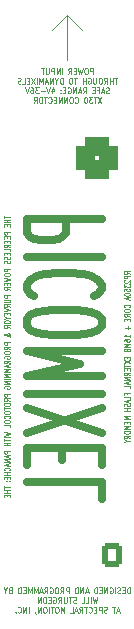
<source format=gbr>
%TF.GenerationSoftware,KiCad,Pcbnew,9.0.0*%
%TF.CreationDate,2025-04-10T00:07:50-07:00*%
%TF.ProjectId,RP2350_60QFN_minimal,52503233-3530-45f3-9630-51464e5f6d69,rev?*%
%TF.SameCoordinates,Original*%
%TF.FileFunction,Legend,Bot*%
%TF.FilePolarity,Positive*%
%FSLAX46Y46*%
G04 Gerber Fmt 4.6, Leading zero omitted, Abs format (unit mm)*
G04 Created by KiCad (PCBNEW 9.0.0) date 2025-04-10 00:07:50*
%MOMM*%
%LPD*%
G01*
G04 APERTURE LIST*
G04 Aperture macros list*
%AMRoundRect*
0 Rectangle with rounded corners*
0 $1 Rounding radius*
0 $2 $3 $4 $5 $6 $7 $8 $9 X,Y pos of 4 corners*
0 Add a 4 corners polygon primitive as box body*
4,1,4,$2,$3,$4,$5,$6,$7,$8,$9,$2,$3,0*
0 Add four circle primitives for the rounded corners*
1,1,$1+$1,$2,$3*
1,1,$1+$1,$4,$5*
1,1,$1+$1,$6,$7*
1,1,$1+$1,$8,$9*
0 Add four rect primitives between the rounded corners*
20,1,$1+$1,$2,$3,$4,$5,0*
20,1,$1+$1,$4,$5,$6,$7,0*
20,1,$1+$1,$6,$7,$8,$9,0*
20,1,$1+$1,$8,$9,$2,$3,0*%
G04 Aperture macros list end*
%ADD10C,0.120000*%
%ADD11C,0.076200*%
%ADD12C,0.635000*%
%ADD13RoundRect,0.250000X0.600000X0.725000X-0.600000X0.725000X-0.600000X-0.725000X0.600000X-0.725000X0*%
%ADD14O,1.700000X1.950000*%
%ADD15C,1.400000*%
%ADD16RoundRect,0.770000X-0.980000X-0.980000X0.980000X-0.980000X0.980000X0.980000X-0.980000X0.980000X0*%
%ADD17C,3.500000*%
G04 APERTURE END LIST*
D10*
X21590000Y-19685000D02*
X22860000Y-18415000D01*
X22860000Y-22225000D02*
X22860000Y-18415000D01*
X24130000Y-19685000D02*
X22860000Y-18415000D01*
D11*
X17503047Y-35378569D02*
X17503047Y-35596284D01*
X18011047Y-35487426D02*
X17503047Y-35487426D01*
X18011047Y-35723284D02*
X17503047Y-35723284D01*
X17744952Y-35723284D02*
X17744952Y-35940998D01*
X18011047Y-35940998D02*
X17503047Y-35940998D01*
X17744952Y-36122427D02*
X17744952Y-36249427D01*
X18011047Y-36303855D02*
X18011047Y-36122427D01*
X18011047Y-36122427D02*
X17503047Y-36122427D01*
X17503047Y-36122427D02*
X17503047Y-36303855D01*
X18011047Y-36757427D02*
X17503047Y-36757427D01*
X17503047Y-36757427D02*
X17503047Y-36902570D01*
X17503047Y-36902570D02*
X17527237Y-36938855D01*
X17527237Y-36938855D02*
X17551428Y-36956998D01*
X17551428Y-36956998D02*
X17599809Y-36975141D01*
X17599809Y-36975141D02*
X17672380Y-36975141D01*
X17672380Y-36975141D02*
X17720761Y-36956998D01*
X17720761Y-36956998D02*
X17744952Y-36938855D01*
X17744952Y-36938855D02*
X17769142Y-36902570D01*
X17769142Y-36902570D02*
X17769142Y-36757427D01*
X17744952Y-37138427D02*
X17744952Y-37265427D01*
X18011047Y-37319855D02*
X18011047Y-37138427D01*
X18011047Y-37138427D02*
X17503047Y-37138427D01*
X17503047Y-37138427D02*
X17503047Y-37319855D01*
X17744952Y-37483141D02*
X17744952Y-37610141D01*
X18011047Y-37664569D02*
X18011047Y-37483141D01*
X18011047Y-37483141D02*
X17503047Y-37483141D01*
X17503047Y-37483141D02*
X17503047Y-37664569D01*
X18011047Y-38045569D02*
X17769142Y-37918569D01*
X18011047Y-37827855D02*
X17503047Y-37827855D01*
X17503047Y-37827855D02*
X17503047Y-37972998D01*
X17503047Y-37972998D02*
X17527237Y-38009283D01*
X17527237Y-38009283D02*
X17551428Y-38027426D01*
X17551428Y-38027426D02*
X17599809Y-38045569D01*
X17599809Y-38045569D02*
X17672380Y-38045569D01*
X17672380Y-38045569D02*
X17720761Y-38027426D01*
X17720761Y-38027426D02*
X17744952Y-38009283D01*
X17744952Y-38009283D02*
X17769142Y-37972998D01*
X17769142Y-37972998D02*
X17769142Y-37827855D01*
X18011047Y-38390283D02*
X18011047Y-38208855D01*
X18011047Y-38208855D02*
X17503047Y-38208855D01*
X17744952Y-38517284D02*
X17744952Y-38644284D01*
X18011047Y-38698712D02*
X18011047Y-38517284D01*
X18011047Y-38517284D02*
X17503047Y-38517284D01*
X17503047Y-38517284D02*
X17503047Y-38698712D01*
X17986857Y-38843855D02*
X18011047Y-38898284D01*
X18011047Y-38898284D02*
X18011047Y-38988998D01*
X18011047Y-38988998D02*
X17986857Y-39025284D01*
X17986857Y-39025284D02*
X17962666Y-39043426D01*
X17962666Y-39043426D02*
X17914285Y-39061569D01*
X17914285Y-39061569D02*
X17865904Y-39061569D01*
X17865904Y-39061569D02*
X17817523Y-39043426D01*
X17817523Y-39043426D02*
X17793333Y-39025284D01*
X17793333Y-39025284D02*
X17769142Y-38988998D01*
X17769142Y-38988998D02*
X17744952Y-38916426D01*
X17744952Y-38916426D02*
X17720761Y-38880141D01*
X17720761Y-38880141D02*
X17696571Y-38861998D01*
X17696571Y-38861998D02*
X17648190Y-38843855D01*
X17648190Y-38843855D02*
X17599809Y-38843855D01*
X17599809Y-38843855D02*
X17551428Y-38861998D01*
X17551428Y-38861998D02*
X17527237Y-38880141D01*
X17527237Y-38880141D02*
X17503047Y-38916426D01*
X17503047Y-38916426D02*
X17503047Y-39007141D01*
X17503047Y-39007141D02*
X17527237Y-39061569D01*
X17986857Y-39206712D02*
X18011047Y-39261141D01*
X18011047Y-39261141D02*
X18011047Y-39351855D01*
X18011047Y-39351855D02*
X17986857Y-39388141D01*
X17986857Y-39388141D02*
X17962666Y-39406283D01*
X17962666Y-39406283D02*
X17914285Y-39424426D01*
X17914285Y-39424426D02*
X17865904Y-39424426D01*
X17865904Y-39424426D02*
X17817523Y-39406283D01*
X17817523Y-39406283D02*
X17793333Y-39388141D01*
X17793333Y-39388141D02*
X17769142Y-39351855D01*
X17769142Y-39351855D02*
X17744952Y-39279283D01*
X17744952Y-39279283D02*
X17720761Y-39242998D01*
X17720761Y-39242998D02*
X17696571Y-39224855D01*
X17696571Y-39224855D02*
X17648190Y-39206712D01*
X17648190Y-39206712D02*
X17599809Y-39206712D01*
X17599809Y-39206712D02*
X17551428Y-39224855D01*
X17551428Y-39224855D02*
X17527237Y-39242998D01*
X17527237Y-39242998D02*
X17503047Y-39279283D01*
X17503047Y-39279283D02*
X17503047Y-39369998D01*
X17503047Y-39369998D02*
X17527237Y-39424426D01*
X18011047Y-39877998D02*
X17503047Y-39877998D01*
X17503047Y-39877998D02*
X17503047Y-40023141D01*
X17503047Y-40023141D02*
X17527237Y-40059426D01*
X17527237Y-40059426D02*
X17551428Y-40077569D01*
X17551428Y-40077569D02*
X17599809Y-40095712D01*
X17599809Y-40095712D02*
X17672380Y-40095712D01*
X17672380Y-40095712D02*
X17720761Y-40077569D01*
X17720761Y-40077569D02*
X17744952Y-40059426D01*
X17744952Y-40059426D02*
X17769142Y-40023141D01*
X17769142Y-40023141D02*
X17769142Y-39877998D01*
X17503047Y-40331569D02*
X17503047Y-40404141D01*
X17503047Y-40404141D02*
X17527237Y-40440426D01*
X17527237Y-40440426D02*
X17575618Y-40476712D01*
X17575618Y-40476712D02*
X17672380Y-40494855D01*
X17672380Y-40494855D02*
X17841714Y-40494855D01*
X17841714Y-40494855D02*
X17938476Y-40476712D01*
X17938476Y-40476712D02*
X17986857Y-40440426D01*
X17986857Y-40440426D02*
X18011047Y-40404141D01*
X18011047Y-40404141D02*
X18011047Y-40331569D01*
X18011047Y-40331569D02*
X17986857Y-40295284D01*
X17986857Y-40295284D02*
X17938476Y-40258998D01*
X17938476Y-40258998D02*
X17841714Y-40240855D01*
X17841714Y-40240855D02*
X17672380Y-40240855D01*
X17672380Y-40240855D02*
X17575618Y-40258998D01*
X17575618Y-40258998D02*
X17527237Y-40295284D01*
X17527237Y-40295284D02*
X17503047Y-40331569D01*
X17503047Y-40621855D02*
X18011047Y-40712569D01*
X18011047Y-40712569D02*
X17648190Y-40785141D01*
X17648190Y-40785141D02*
X18011047Y-40857712D01*
X18011047Y-40857712D02*
X17503047Y-40948427D01*
X17744952Y-41093570D02*
X17744952Y-41220570D01*
X18011047Y-41274998D02*
X18011047Y-41093570D01*
X18011047Y-41093570D02*
X17503047Y-41093570D01*
X17503047Y-41093570D02*
X17503047Y-41274998D01*
X18011047Y-41655998D02*
X17769142Y-41528998D01*
X18011047Y-41438284D02*
X17503047Y-41438284D01*
X17503047Y-41438284D02*
X17503047Y-41583427D01*
X17503047Y-41583427D02*
X17527237Y-41619712D01*
X17527237Y-41619712D02*
X17551428Y-41637855D01*
X17551428Y-41637855D02*
X17599809Y-41655998D01*
X17599809Y-41655998D02*
X17672380Y-41655998D01*
X17672380Y-41655998D02*
X17720761Y-41637855D01*
X17720761Y-41637855D02*
X17744952Y-41619712D01*
X17744952Y-41619712D02*
X17769142Y-41583427D01*
X17769142Y-41583427D02*
X17769142Y-41438284D01*
X18011047Y-42109570D02*
X17503047Y-42109570D01*
X17503047Y-42109570D02*
X17503047Y-42254713D01*
X17503047Y-42254713D02*
X17527237Y-42290998D01*
X17527237Y-42290998D02*
X17551428Y-42309141D01*
X17551428Y-42309141D02*
X17599809Y-42327284D01*
X17599809Y-42327284D02*
X17672380Y-42327284D01*
X17672380Y-42327284D02*
X17720761Y-42309141D01*
X17720761Y-42309141D02*
X17744952Y-42290998D01*
X17744952Y-42290998D02*
X17769142Y-42254713D01*
X17769142Y-42254713D02*
X17769142Y-42109570D01*
X17503047Y-42490570D02*
X17914285Y-42490570D01*
X17914285Y-42490570D02*
X17962666Y-42508713D01*
X17962666Y-42508713D02*
X17986857Y-42526856D01*
X17986857Y-42526856D02*
X18011047Y-42563141D01*
X18011047Y-42563141D02*
X18011047Y-42635713D01*
X18011047Y-42635713D02*
X17986857Y-42671998D01*
X17986857Y-42671998D02*
X17962666Y-42690141D01*
X17962666Y-42690141D02*
X17914285Y-42708284D01*
X17914285Y-42708284D02*
X17503047Y-42708284D01*
X18011047Y-43107427D02*
X17769142Y-42980427D01*
X18011047Y-42889713D02*
X17503047Y-42889713D01*
X17503047Y-42889713D02*
X17503047Y-43034856D01*
X17503047Y-43034856D02*
X17527237Y-43071141D01*
X17527237Y-43071141D02*
X17551428Y-43089284D01*
X17551428Y-43089284D02*
X17599809Y-43107427D01*
X17599809Y-43107427D02*
X17672380Y-43107427D01*
X17672380Y-43107427D02*
X17720761Y-43089284D01*
X17720761Y-43089284D02*
X17744952Y-43071141D01*
X17744952Y-43071141D02*
X17769142Y-43034856D01*
X17769142Y-43034856D02*
X17769142Y-42889713D01*
X17503047Y-43216284D02*
X18011047Y-43343284D01*
X18011047Y-43343284D02*
X17503047Y-43470284D01*
X17744952Y-43597284D02*
X17744952Y-43724284D01*
X18011047Y-43778712D02*
X18011047Y-43597284D01*
X18011047Y-43597284D02*
X17503047Y-43597284D01*
X17503047Y-43597284D02*
X17503047Y-43778712D01*
X17769142Y-44014569D02*
X18011047Y-44014569D01*
X17503047Y-43887569D02*
X17769142Y-44014569D01*
X17769142Y-44014569D02*
X17503047Y-44141569D01*
X17503047Y-44341140D02*
X17503047Y-44413712D01*
X17503047Y-44413712D02*
X17527237Y-44449997D01*
X17527237Y-44449997D02*
X17575618Y-44486283D01*
X17575618Y-44486283D02*
X17672380Y-44504426D01*
X17672380Y-44504426D02*
X17841714Y-44504426D01*
X17841714Y-44504426D02*
X17938476Y-44486283D01*
X17938476Y-44486283D02*
X17986857Y-44449997D01*
X17986857Y-44449997D02*
X18011047Y-44413712D01*
X18011047Y-44413712D02*
X18011047Y-44341140D01*
X18011047Y-44341140D02*
X17986857Y-44304855D01*
X17986857Y-44304855D02*
X17938476Y-44268569D01*
X17938476Y-44268569D02*
X17841714Y-44250426D01*
X17841714Y-44250426D02*
X17672380Y-44250426D01*
X17672380Y-44250426D02*
X17575618Y-44268569D01*
X17575618Y-44268569D02*
X17527237Y-44304855D01*
X17527237Y-44304855D02*
X17503047Y-44341140D01*
X18011047Y-44885426D02*
X17769142Y-44758426D01*
X18011047Y-44667712D02*
X17503047Y-44667712D01*
X17503047Y-44667712D02*
X17503047Y-44812855D01*
X17503047Y-44812855D02*
X17527237Y-44849140D01*
X17527237Y-44849140D02*
X17551428Y-44867283D01*
X17551428Y-44867283D02*
X17599809Y-44885426D01*
X17599809Y-44885426D02*
X17672380Y-44885426D01*
X17672380Y-44885426D02*
X17720761Y-44867283D01*
X17720761Y-44867283D02*
X17744952Y-44849140D01*
X17744952Y-44849140D02*
X17769142Y-44812855D01*
X17769142Y-44812855D02*
X17769142Y-44667712D01*
X18011047Y-45647426D02*
X18011047Y-45629284D01*
X18011047Y-45629284D02*
X17986857Y-45592998D01*
X17986857Y-45592998D02*
X17914285Y-45538569D01*
X17914285Y-45538569D02*
X17769142Y-45447855D01*
X17769142Y-45447855D02*
X17696571Y-45411569D01*
X17696571Y-45411569D02*
X17623999Y-45393426D01*
X17623999Y-45393426D02*
X17575618Y-45393426D01*
X17575618Y-45393426D02*
X17527237Y-45411569D01*
X17527237Y-45411569D02*
X17503047Y-45447855D01*
X17503047Y-45447855D02*
X17503047Y-45465998D01*
X17503047Y-45465998D02*
X17527237Y-45502284D01*
X17527237Y-45502284D02*
X17575618Y-45520426D01*
X17575618Y-45520426D02*
X17599809Y-45520426D01*
X17599809Y-45520426D02*
X17648190Y-45502284D01*
X17648190Y-45502284D02*
X17672380Y-45484141D01*
X17672380Y-45484141D02*
X17769142Y-45375284D01*
X17769142Y-45375284D02*
X17793333Y-45357141D01*
X17793333Y-45357141D02*
X17841714Y-45338998D01*
X17841714Y-45338998D02*
X17914285Y-45338998D01*
X17914285Y-45338998D02*
X17962666Y-45357141D01*
X17962666Y-45357141D02*
X17986857Y-45375284D01*
X17986857Y-45375284D02*
X18011047Y-45411569D01*
X18011047Y-45411569D02*
X18011047Y-45465998D01*
X18011047Y-45465998D02*
X17986857Y-45502284D01*
X17986857Y-45502284D02*
X17962666Y-45520426D01*
X17962666Y-45520426D02*
X17865904Y-45574855D01*
X17865904Y-45574855D02*
X17793333Y-45592998D01*
X17793333Y-45592998D02*
X17744952Y-45592998D01*
X18011047Y-46100998D02*
X17503047Y-46100998D01*
X17503047Y-46100998D02*
X17503047Y-46246141D01*
X17503047Y-46246141D02*
X17527237Y-46282426D01*
X17527237Y-46282426D02*
X17551428Y-46300569D01*
X17551428Y-46300569D02*
X17599809Y-46318712D01*
X17599809Y-46318712D02*
X17672380Y-46318712D01*
X17672380Y-46318712D02*
X17720761Y-46300569D01*
X17720761Y-46300569D02*
X17744952Y-46282426D01*
X17744952Y-46282426D02*
X17769142Y-46246141D01*
X17769142Y-46246141D02*
X17769142Y-46100998D01*
X18011047Y-46699712D02*
X17769142Y-46572712D01*
X18011047Y-46481998D02*
X17503047Y-46481998D01*
X17503047Y-46481998D02*
X17503047Y-46627141D01*
X17503047Y-46627141D02*
X17527237Y-46663426D01*
X17527237Y-46663426D02*
X17551428Y-46681569D01*
X17551428Y-46681569D02*
X17599809Y-46699712D01*
X17599809Y-46699712D02*
X17672380Y-46699712D01*
X17672380Y-46699712D02*
X17720761Y-46681569D01*
X17720761Y-46681569D02*
X17744952Y-46663426D01*
X17744952Y-46663426D02*
X17769142Y-46627141D01*
X17769142Y-46627141D02*
X17769142Y-46481998D01*
X17503047Y-46935569D02*
X17503047Y-47008141D01*
X17503047Y-47008141D02*
X17527237Y-47044426D01*
X17527237Y-47044426D02*
X17575618Y-47080712D01*
X17575618Y-47080712D02*
X17672380Y-47098855D01*
X17672380Y-47098855D02*
X17841714Y-47098855D01*
X17841714Y-47098855D02*
X17938476Y-47080712D01*
X17938476Y-47080712D02*
X17986857Y-47044426D01*
X17986857Y-47044426D02*
X18011047Y-47008141D01*
X18011047Y-47008141D02*
X18011047Y-46935569D01*
X18011047Y-46935569D02*
X17986857Y-46899284D01*
X17986857Y-46899284D02*
X17938476Y-46862998D01*
X17938476Y-46862998D02*
X17841714Y-46844855D01*
X17841714Y-46844855D02*
X17672380Y-46844855D01*
X17672380Y-46844855D02*
X17575618Y-46862998D01*
X17575618Y-46862998D02*
X17527237Y-46899284D01*
X17527237Y-46899284D02*
X17503047Y-46935569D01*
X17527237Y-47461712D02*
X17503047Y-47425427D01*
X17503047Y-47425427D02*
X17503047Y-47370998D01*
X17503047Y-47370998D02*
X17527237Y-47316569D01*
X17527237Y-47316569D02*
X17575618Y-47280284D01*
X17575618Y-47280284D02*
X17623999Y-47262141D01*
X17623999Y-47262141D02*
X17720761Y-47243998D01*
X17720761Y-47243998D02*
X17793333Y-47243998D01*
X17793333Y-47243998D02*
X17890095Y-47262141D01*
X17890095Y-47262141D02*
X17938476Y-47280284D01*
X17938476Y-47280284D02*
X17986857Y-47316569D01*
X17986857Y-47316569D02*
X18011047Y-47370998D01*
X18011047Y-47370998D02*
X18011047Y-47407284D01*
X18011047Y-47407284D02*
X17986857Y-47461712D01*
X17986857Y-47461712D02*
X17962666Y-47479855D01*
X17962666Y-47479855D02*
X17793333Y-47479855D01*
X17793333Y-47479855D02*
X17793333Y-47407284D01*
X18011047Y-47860855D02*
X17769142Y-47733855D01*
X18011047Y-47643141D02*
X17503047Y-47643141D01*
X17503047Y-47643141D02*
X17503047Y-47788284D01*
X17503047Y-47788284D02*
X17527237Y-47824569D01*
X17527237Y-47824569D02*
X17551428Y-47842712D01*
X17551428Y-47842712D02*
X17599809Y-47860855D01*
X17599809Y-47860855D02*
X17672380Y-47860855D01*
X17672380Y-47860855D02*
X17720761Y-47842712D01*
X17720761Y-47842712D02*
X17744952Y-47824569D01*
X17744952Y-47824569D02*
X17769142Y-47788284D01*
X17769142Y-47788284D02*
X17769142Y-47643141D01*
X17865904Y-48005998D02*
X17865904Y-48187427D01*
X18011047Y-47969712D02*
X17503047Y-48096712D01*
X17503047Y-48096712D02*
X18011047Y-48223712D01*
X18011047Y-48350712D02*
X17503047Y-48350712D01*
X17503047Y-48350712D02*
X17865904Y-48477712D01*
X17865904Y-48477712D02*
X17503047Y-48604712D01*
X17503047Y-48604712D02*
X18011047Y-48604712D01*
X18011047Y-48786141D02*
X17503047Y-48786141D01*
X17503047Y-48786141D02*
X17865904Y-48913141D01*
X17865904Y-48913141D02*
X17503047Y-49040141D01*
X17503047Y-49040141D02*
X18011047Y-49040141D01*
X18011047Y-49221570D02*
X17503047Y-49221570D01*
X18011047Y-49402999D02*
X17503047Y-49402999D01*
X17503047Y-49402999D02*
X18011047Y-49620713D01*
X18011047Y-49620713D02*
X17503047Y-49620713D01*
X17527237Y-50001713D02*
X17503047Y-49965428D01*
X17503047Y-49965428D02*
X17503047Y-49910999D01*
X17503047Y-49910999D02*
X17527237Y-49856570D01*
X17527237Y-49856570D02*
X17575618Y-49820285D01*
X17575618Y-49820285D02*
X17623999Y-49802142D01*
X17623999Y-49802142D02*
X17720761Y-49783999D01*
X17720761Y-49783999D02*
X17793333Y-49783999D01*
X17793333Y-49783999D02*
X17890095Y-49802142D01*
X17890095Y-49802142D02*
X17938476Y-49820285D01*
X17938476Y-49820285D02*
X17986857Y-49856570D01*
X17986857Y-49856570D02*
X18011047Y-49910999D01*
X18011047Y-49910999D02*
X18011047Y-49947285D01*
X18011047Y-49947285D02*
X17986857Y-50001713D01*
X17986857Y-50001713D02*
X17962666Y-50019856D01*
X17962666Y-50019856D02*
X17793333Y-50019856D01*
X17793333Y-50019856D02*
X17793333Y-49947285D01*
X18011047Y-50473428D02*
X17503047Y-50473428D01*
X17503047Y-50473428D02*
X17503047Y-50618571D01*
X17503047Y-50618571D02*
X17527237Y-50654856D01*
X17527237Y-50654856D02*
X17551428Y-50672999D01*
X17551428Y-50672999D02*
X17599809Y-50691142D01*
X17599809Y-50691142D02*
X17672380Y-50691142D01*
X17672380Y-50691142D02*
X17720761Y-50672999D01*
X17720761Y-50672999D02*
X17744952Y-50654856D01*
X17744952Y-50654856D02*
X17769142Y-50618571D01*
X17769142Y-50618571D02*
X17769142Y-50473428D01*
X18011047Y-51072142D02*
X17769142Y-50945142D01*
X18011047Y-50854428D02*
X17503047Y-50854428D01*
X17503047Y-50854428D02*
X17503047Y-50999571D01*
X17503047Y-50999571D02*
X17527237Y-51035856D01*
X17527237Y-51035856D02*
X17551428Y-51053999D01*
X17551428Y-51053999D02*
X17599809Y-51072142D01*
X17599809Y-51072142D02*
X17672380Y-51072142D01*
X17672380Y-51072142D02*
X17720761Y-51053999D01*
X17720761Y-51053999D02*
X17744952Y-51035856D01*
X17744952Y-51035856D02*
X17769142Y-50999571D01*
X17769142Y-50999571D02*
X17769142Y-50854428D01*
X17503047Y-51307999D02*
X17503047Y-51380571D01*
X17503047Y-51380571D02*
X17527237Y-51416856D01*
X17527237Y-51416856D02*
X17575618Y-51453142D01*
X17575618Y-51453142D02*
X17672380Y-51471285D01*
X17672380Y-51471285D02*
X17841714Y-51471285D01*
X17841714Y-51471285D02*
X17938476Y-51453142D01*
X17938476Y-51453142D02*
X17986857Y-51416856D01*
X17986857Y-51416856D02*
X18011047Y-51380571D01*
X18011047Y-51380571D02*
X18011047Y-51307999D01*
X18011047Y-51307999D02*
X17986857Y-51271714D01*
X17986857Y-51271714D02*
X17938476Y-51235428D01*
X17938476Y-51235428D02*
X17841714Y-51217285D01*
X17841714Y-51217285D02*
X17672380Y-51217285D01*
X17672380Y-51217285D02*
X17575618Y-51235428D01*
X17575618Y-51235428D02*
X17527237Y-51271714D01*
X17527237Y-51271714D02*
X17503047Y-51307999D01*
X17503047Y-51580142D02*
X17503047Y-51797857D01*
X18011047Y-51688999D02*
X17503047Y-51688999D01*
X17503047Y-51997428D02*
X17503047Y-52070000D01*
X17503047Y-52070000D02*
X17527237Y-52106285D01*
X17527237Y-52106285D02*
X17575618Y-52142571D01*
X17575618Y-52142571D02*
X17672380Y-52160714D01*
X17672380Y-52160714D02*
X17841714Y-52160714D01*
X17841714Y-52160714D02*
X17938476Y-52142571D01*
X17938476Y-52142571D02*
X17986857Y-52106285D01*
X17986857Y-52106285D02*
X18011047Y-52070000D01*
X18011047Y-52070000D02*
X18011047Y-51997428D01*
X18011047Y-51997428D02*
X17986857Y-51961143D01*
X17986857Y-51961143D02*
X17938476Y-51924857D01*
X17938476Y-51924857D02*
X17841714Y-51906714D01*
X17841714Y-51906714D02*
X17672380Y-51906714D01*
X17672380Y-51906714D02*
X17575618Y-51924857D01*
X17575618Y-51924857D02*
X17527237Y-51961143D01*
X17527237Y-51961143D02*
X17503047Y-51997428D01*
X17962666Y-52541714D02*
X17986857Y-52523571D01*
X17986857Y-52523571D02*
X18011047Y-52469143D01*
X18011047Y-52469143D02*
X18011047Y-52432857D01*
X18011047Y-52432857D02*
X17986857Y-52378428D01*
X17986857Y-52378428D02*
X17938476Y-52342143D01*
X17938476Y-52342143D02*
X17890095Y-52324000D01*
X17890095Y-52324000D02*
X17793333Y-52305857D01*
X17793333Y-52305857D02*
X17720761Y-52305857D01*
X17720761Y-52305857D02*
X17623999Y-52324000D01*
X17623999Y-52324000D02*
X17575618Y-52342143D01*
X17575618Y-52342143D02*
X17527237Y-52378428D01*
X17527237Y-52378428D02*
X17503047Y-52432857D01*
X17503047Y-52432857D02*
X17503047Y-52469143D01*
X17503047Y-52469143D02*
X17527237Y-52523571D01*
X17527237Y-52523571D02*
X17551428Y-52541714D01*
X17503047Y-52777571D02*
X17503047Y-52850143D01*
X17503047Y-52850143D02*
X17527237Y-52886428D01*
X17527237Y-52886428D02*
X17575618Y-52922714D01*
X17575618Y-52922714D02*
X17672380Y-52940857D01*
X17672380Y-52940857D02*
X17841714Y-52940857D01*
X17841714Y-52940857D02*
X17938476Y-52922714D01*
X17938476Y-52922714D02*
X17986857Y-52886428D01*
X17986857Y-52886428D02*
X18011047Y-52850143D01*
X18011047Y-52850143D02*
X18011047Y-52777571D01*
X18011047Y-52777571D02*
X17986857Y-52741286D01*
X17986857Y-52741286D02*
X17938476Y-52705000D01*
X17938476Y-52705000D02*
X17841714Y-52686857D01*
X17841714Y-52686857D02*
X17672380Y-52686857D01*
X17672380Y-52686857D02*
X17575618Y-52705000D01*
X17575618Y-52705000D02*
X17527237Y-52741286D01*
X17527237Y-52741286D02*
X17503047Y-52777571D01*
X18011047Y-53285571D02*
X18011047Y-53104143D01*
X18011047Y-53104143D02*
X17503047Y-53104143D01*
X17503047Y-53666572D02*
X18011047Y-53757286D01*
X18011047Y-53757286D02*
X17648190Y-53829858D01*
X17648190Y-53829858D02*
X18011047Y-53902429D01*
X18011047Y-53902429D02*
X17503047Y-53993144D01*
X18011047Y-54138287D02*
X17503047Y-54138287D01*
X17503047Y-54265287D02*
X17503047Y-54483002D01*
X18011047Y-54374144D02*
X17503047Y-54374144D01*
X18011047Y-54610002D02*
X17503047Y-54610002D01*
X17744952Y-54610002D02*
X17744952Y-54827716D01*
X18011047Y-54827716D02*
X17503047Y-54827716D01*
X18011047Y-55299431D02*
X17503047Y-55299431D01*
X17503047Y-55299431D02*
X17503047Y-55444574D01*
X17503047Y-55444574D02*
X17527237Y-55480859D01*
X17527237Y-55480859D02*
X17551428Y-55499002D01*
X17551428Y-55499002D02*
X17599809Y-55517145D01*
X17599809Y-55517145D02*
X17672380Y-55517145D01*
X17672380Y-55517145D02*
X17720761Y-55499002D01*
X17720761Y-55499002D02*
X17744952Y-55480859D01*
X17744952Y-55480859D02*
X17769142Y-55444574D01*
X17769142Y-55444574D02*
X17769142Y-55299431D01*
X17865904Y-55662288D02*
X17865904Y-55843717D01*
X18011047Y-55626002D02*
X17503047Y-55753002D01*
X17503047Y-55753002D02*
X18011047Y-55880002D01*
X18011047Y-56007002D02*
X17503047Y-56007002D01*
X17503047Y-56007002D02*
X18011047Y-56224716D01*
X18011047Y-56224716D02*
X17503047Y-56224716D01*
X17865904Y-56388002D02*
X17865904Y-56569431D01*
X18011047Y-56351716D02*
X17503047Y-56478716D01*
X17503047Y-56478716D02*
X18011047Y-56605716D01*
X17962666Y-56950430D02*
X17986857Y-56932287D01*
X17986857Y-56932287D02*
X18011047Y-56877859D01*
X18011047Y-56877859D02*
X18011047Y-56841573D01*
X18011047Y-56841573D02*
X17986857Y-56787144D01*
X17986857Y-56787144D02*
X17938476Y-56750859D01*
X17938476Y-56750859D02*
X17890095Y-56732716D01*
X17890095Y-56732716D02*
X17793333Y-56714573D01*
X17793333Y-56714573D02*
X17720761Y-56714573D01*
X17720761Y-56714573D02*
X17623999Y-56732716D01*
X17623999Y-56732716D02*
X17575618Y-56750859D01*
X17575618Y-56750859D02*
X17527237Y-56787144D01*
X17527237Y-56787144D02*
X17503047Y-56841573D01*
X17503047Y-56841573D02*
X17503047Y-56877859D01*
X17503047Y-56877859D02*
X17527237Y-56932287D01*
X17527237Y-56932287D02*
X17551428Y-56950430D01*
X18011047Y-57113716D02*
X17503047Y-57113716D01*
X17744952Y-57113716D02*
X17744952Y-57331430D01*
X18011047Y-57331430D02*
X17503047Y-57331430D01*
X17744952Y-57512859D02*
X17744952Y-57639859D01*
X18011047Y-57694287D02*
X18011047Y-57512859D01*
X18011047Y-57512859D02*
X17503047Y-57512859D01*
X17503047Y-57512859D02*
X17503047Y-57694287D01*
X17962666Y-57857573D02*
X17986857Y-57875716D01*
X17986857Y-57875716D02*
X18011047Y-57857573D01*
X18011047Y-57857573D02*
X17986857Y-57839430D01*
X17986857Y-57839430D02*
X17962666Y-57857573D01*
X17962666Y-57857573D02*
X18011047Y-57857573D01*
X17696571Y-57857573D02*
X17720761Y-57875716D01*
X17720761Y-57875716D02*
X17744952Y-57857573D01*
X17744952Y-57857573D02*
X17720761Y-57839430D01*
X17720761Y-57839430D02*
X17696571Y-57857573D01*
X17696571Y-57857573D02*
X17744952Y-57857573D01*
X17503047Y-58274859D02*
X17503047Y-58492574D01*
X18011047Y-58383716D02*
X17503047Y-58383716D01*
X18011047Y-58619574D02*
X17503047Y-58619574D01*
X17744952Y-58619574D02*
X17744952Y-58837288D01*
X18011047Y-58837288D02*
X17503047Y-58837288D01*
X17744952Y-59018717D02*
X17744952Y-59145717D01*
X18011047Y-59200145D02*
X18011047Y-59018717D01*
X18011047Y-59018717D02*
X17503047Y-59018717D01*
X17503047Y-59018717D02*
X17503047Y-59200145D01*
D12*
X25764610Y-35665833D02*
X19414610Y-35665833D01*
X19414610Y-35665833D02*
X19414610Y-36875357D01*
X19414610Y-36875357D02*
X19716991Y-37177738D01*
X19716991Y-37177738D02*
X20019372Y-37328928D01*
X20019372Y-37328928D02*
X20624134Y-37480119D01*
X20624134Y-37480119D02*
X21531277Y-37480119D01*
X21531277Y-37480119D02*
X22136039Y-37328928D01*
X22136039Y-37328928D02*
X22438420Y-37177738D01*
X22438420Y-37177738D02*
X22740801Y-36875357D01*
X22740801Y-36875357D02*
X22740801Y-35665833D01*
X25764610Y-38840833D02*
X19414610Y-38840833D01*
X25159849Y-42167024D02*
X25462230Y-42015833D01*
X25462230Y-42015833D02*
X25764610Y-41562262D01*
X25764610Y-41562262D02*
X25764610Y-41259881D01*
X25764610Y-41259881D02*
X25462230Y-40806309D01*
X25462230Y-40806309D02*
X24857468Y-40503928D01*
X24857468Y-40503928D02*
X24252706Y-40352738D01*
X24252706Y-40352738D02*
X23043182Y-40201547D01*
X23043182Y-40201547D02*
X22136039Y-40201547D01*
X22136039Y-40201547D02*
X20926515Y-40352738D01*
X20926515Y-40352738D02*
X20321753Y-40503928D01*
X20321753Y-40503928D02*
X19716991Y-40806309D01*
X19716991Y-40806309D02*
X19414610Y-41259881D01*
X19414610Y-41259881D02*
X19414610Y-41562262D01*
X19414610Y-41562262D02*
X19716991Y-42015833D01*
X19716991Y-42015833D02*
X20019372Y-42167024D01*
X19414610Y-44132500D02*
X19414610Y-44737262D01*
X19414610Y-44737262D02*
X19716991Y-45039643D01*
X19716991Y-45039643D02*
X20321753Y-45342024D01*
X20321753Y-45342024D02*
X21531277Y-45493214D01*
X21531277Y-45493214D02*
X23647944Y-45493214D01*
X23647944Y-45493214D02*
X24857468Y-45342024D01*
X24857468Y-45342024D02*
X25462230Y-45039643D01*
X25462230Y-45039643D02*
X25764610Y-44737262D01*
X25764610Y-44737262D02*
X25764610Y-44132500D01*
X25764610Y-44132500D02*
X25462230Y-43830119D01*
X25462230Y-43830119D02*
X24857468Y-43527738D01*
X24857468Y-43527738D02*
X23647944Y-43376547D01*
X23647944Y-43376547D02*
X21531277Y-43376547D01*
X21531277Y-43376547D02*
X20321753Y-43527738D01*
X20321753Y-43527738D02*
X19716991Y-43830119D01*
X19716991Y-43830119D02*
X19414610Y-44132500D01*
X25764610Y-46853928D02*
X19414610Y-46853928D01*
X19414610Y-46853928D02*
X23950325Y-47912261D01*
X23950325Y-47912261D02*
X19414610Y-48970595D01*
X19414610Y-48970595D02*
X25764610Y-48970595D01*
X25764610Y-50482499D02*
X19414610Y-50482499D01*
X19414610Y-51692023D02*
X25764610Y-53808690D01*
X19414610Y-53808690D02*
X25764610Y-51692023D01*
X22438420Y-55018214D02*
X22438420Y-56076547D01*
X25764610Y-56530119D02*
X25764610Y-55018214D01*
X25764610Y-55018214D02*
X19414610Y-55018214D01*
X19414610Y-55018214D02*
X19414610Y-56530119D01*
X25764610Y-59402738D02*
X25764610Y-57890833D01*
X25764610Y-57890833D02*
X19414610Y-57890833D01*
D11*
X28171047Y-40313428D02*
X27929142Y-40186428D01*
X28171047Y-40095714D02*
X27663047Y-40095714D01*
X27663047Y-40095714D02*
X27663047Y-40240857D01*
X27663047Y-40240857D02*
X27687237Y-40277142D01*
X27687237Y-40277142D02*
X27711428Y-40295285D01*
X27711428Y-40295285D02*
X27759809Y-40313428D01*
X27759809Y-40313428D02*
X27832380Y-40313428D01*
X27832380Y-40313428D02*
X27880761Y-40295285D01*
X27880761Y-40295285D02*
X27904952Y-40277142D01*
X27904952Y-40277142D02*
X27929142Y-40240857D01*
X27929142Y-40240857D02*
X27929142Y-40095714D01*
X28171047Y-40476714D02*
X27663047Y-40476714D01*
X27663047Y-40476714D02*
X27663047Y-40621857D01*
X27663047Y-40621857D02*
X27687237Y-40658142D01*
X27687237Y-40658142D02*
X27711428Y-40676285D01*
X27711428Y-40676285D02*
X27759809Y-40694428D01*
X27759809Y-40694428D02*
X27832380Y-40694428D01*
X27832380Y-40694428D02*
X27880761Y-40676285D01*
X27880761Y-40676285D02*
X27904952Y-40658142D01*
X27904952Y-40658142D02*
X27929142Y-40621857D01*
X27929142Y-40621857D02*
X27929142Y-40476714D01*
X27711428Y-40839571D02*
X27687237Y-40857714D01*
X27687237Y-40857714D02*
X27663047Y-40894000D01*
X27663047Y-40894000D02*
X27663047Y-40984714D01*
X27663047Y-40984714D02*
X27687237Y-41021000D01*
X27687237Y-41021000D02*
X27711428Y-41039142D01*
X27711428Y-41039142D02*
X27759809Y-41057285D01*
X27759809Y-41057285D02*
X27808190Y-41057285D01*
X27808190Y-41057285D02*
X27880761Y-41039142D01*
X27880761Y-41039142D02*
X28171047Y-40821428D01*
X28171047Y-40821428D02*
X28171047Y-41057285D01*
X27663047Y-41184285D02*
X27663047Y-41420142D01*
X27663047Y-41420142D02*
X27856571Y-41293142D01*
X27856571Y-41293142D02*
X27856571Y-41347571D01*
X27856571Y-41347571D02*
X27880761Y-41383857D01*
X27880761Y-41383857D02*
X27904952Y-41401999D01*
X27904952Y-41401999D02*
X27953333Y-41420142D01*
X27953333Y-41420142D02*
X28074285Y-41420142D01*
X28074285Y-41420142D02*
X28122666Y-41401999D01*
X28122666Y-41401999D02*
X28146857Y-41383857D01*
X28146857Y-41383857D02*
X28171047Y-41347571D01*
X28171047Y-41347571D02*
X28171047Y-41238714D01*
X28171047Y-41238714D02*
X28146857Y-41202428D01*
X28146857Y-41202428D02*
X28122666Y-41184285D01*
X27663047Y-41764856D02*
X27663047Y-41583428D01*
X27663047Y-41583428D02*
X27904952Y-41565285D01*
X27904952Y-41565285D02*
X27880761Y-41583428D01*
X27880761Y-41583428D02*
X27856571Y-41619714D01*
X27856571Y-41619714D02*
X27856571Y-41710428D01*
X27856571Y-41710428D02*
X27880761Y-41746714D01*
X27880761Y-41746714D02*
X27904952Y-41764856D01*
X27904952Y-41764856D02*
X27953333Y-41782999D01*
X27953333Y-41782999D02*
X28074285Y-41782999D01*
X28074285Y-41782999D02*
X28122666Y-41764856D01*
X28122666Y-41764856D02*
X28146857Y-41746714D01*
X28146857Y-41746714D02*
X28171047Y-41710428D01*
X28171047Y-41710428D02*
X28171047Y-41619714D01*
X28171047Y-41619714D02*
X28146857Y-41583428D01*
X28146857Y-41583428D02*
X28122666Y-41565285D01*
X27663047Y-42018856D02*
X27663047Y-42055142D01*
X27663047Y-42055142D02*
X27687237Y-42091428D01*
X27687237Y-42091428D02*
X27711428Y-42109571D01*
X27711428Y-42109571D02*
X27759809Y-42127713D01*
X27759809Y-42127713D02*
X27856571Y-42145856D01*
X27856571Y-42145856D02*
X27977523Y-42145856D01*
X27977523Y-42145856D02*
X28074285Y-42127713D01*
X28074285Y-42127713D02*
X28122666Y-42109571D01*
X28122666Y-42109571D02*
X28146857Y-42091428D01*
X28146857Y-42091428D02*
X28171047Y-42055142D01*
X28171047Y-42055142D02*
X28171047Y-42018856D01*
X28171047Y-42018856D02*
X28146857Y-41982571D01*
X28146857Y-41982571D02*
X28122666Y-41964428D01*
X28122666Y-41964428D02*
X28074285Y-41946285D01*
X28074285Y-41946285D02*
X27977523Y-41928142D01*
X27977523Y-41928142D02*
X27856571Y-41928142D01*
X27856571Y-41928142D02*
X27759809Y-41946285D01*
X27759809Y-41946285D02*
X27711428Y-41964428D01*
X27711428Y-41964428D02*
X27687237Y-41982571D01*
X27687237Y-41982571D02*
X27663047Y-42018856D01*
X28025904Y-42290999D02*
X28025904Y-42472428D01*
X28171047Y-42254713D02*
X27663047Y-42381713D01*
X27663047Y-42381713D02*
X28171047Y-42508713D01*
X28122666Y-43143713D02*
X28146857Y-43125570D01*
X28146857Y-43125570D02*
X28171047Y-43071142D01*
X28171047Y-43071142D02*
X28171047Y-43034856D01*
X28171047Y-43034856D02*
X28146857Y-42980427D01*
X28146857Y-42980427D02*
X28098476Y-42944142D01*
X28098476Y-42944142D02*
X28050095Y-42925999D01*
X28050095Y-42925999D02*
X27953333Y-42907856D01*
X27953333Y-42907856D02*
X27880761Y-42907856D01*
X27880761Y-42907856D02*
X27783999Y-42925999D01*
X27783999Y-42925999D02*
X27735618Y-42944142D01*
X27735618Y-42944142D02*
X27687237Y-42980427D01*
X27687237Y-42980427D02*
X27663047Y-43034856D01*
X27663047Y-43034856D02*
X27663047Y-43071142D01*
X27663047Y-43071142D02*
X27687237Y-43125570D01*
X27687237Y-43125570D02*
X27711428Y-43143713D01*
X27663047Y-43379570D02*
X27663047Y-43452142D01*
X27663047Y-43452142D02*
X27687237Y-43488427D01*
X27687237Y-43488427D02*
X27735618Y-43524713D01*
X27735618Y-43524713D02*
X27832380Y-43542856D01*
X27832380Y-43542856D02*
X28001714Y-43542856D01*
X28001714Y-43542856D02*
X28098476Y-43524713D01*
X28098476Y-43524713D02*
X28146857Y-43488427D01*
X28146857Y-43488427D02*
X28171047Y-43452142D01*
X28171047Y-43452142D02*
X28171047Y-43379570D01*
X28171047Y-43379570D02*
X28146857Y-43343285D01*
X28146857Y-43343285D02*
X28098476Y-43306999D01*
X28098476Y-43306999D02*
X28001714Y-43288856D01*
X28001714Y-43288856D02*
X27832380Y-43288856D01*
X27832380Y-43288856D02*
X27735618Y-43306999D01*
X27735618Y-43306999D02*
X27687237Y-43343285D01*
X27687237Y-43343285D02*
X27663047Y-43379570D01*
X28171047Y-43923856D02*
X27929142Y-43796856D01*
X28171047Y-43706142D02*
X27663047Y-43706142D01*
X27663047Y-43706142D02*
X27663047Y-43851285D01*
X27663047Y-43851285D02*
X27687237Y-43887570D01*
X27687237Y-43887570D02*
X27711428Y-43905713D01*
X27711428Y-43905713D02*
X27759809Y-43923856D01*
X27759809Y-43923856D02*
X27832380Y-43923856D01*
X27832380Y-43923856D02*
X27880761Y-43905713D01*
X27880761Y-43905713D02*
X27904952Y-43887570D01*
X27904952Y-43887570D02*
X27929142Y-43851285D01*
X27929142Y-43851285D02*
X27929142Y-43706142D01*
X27904952Y-44087142D02*
X27904952Y-44214142D01*
X28171047Y-44268570D02*
X28171047Y-44087142D01*
X28171047Y-44087142D02*
X27663047Y-44087142D01*
X27663047Y-44087142D02*
X27663047Y-44268570D01*
X27977523Y-44722142D02*
X27977523Y-45012428D01*
X28171047Y-44867285D02*
X27783999Y-44867285D01*
X28171047Y-45683713D02*
X28171047Y-45465999D01*
X28171047Y-45574856D02*
X27663047Y-45574856D01*
X27663047Y-45574856D02*
X27735618Y-45538570D01*
X27735618Y-45538570D02*
X27783999Y-45502285D01*
X27783999Y-45502285D02*
X27808190Y-45465999D01*
X27663047Y-46010285D02*
X27663047Y-45937713D01*
X27663047Y-45937713D02*
X27687237Y-45901427D01*
X27687237Y-45901427D02*
X27711428Y-45883285D01*
X27711428Y-45883285D02*
X27783999Y-45846999D01*
X27783999Y-45846999D02*
X27880761Y-45828856D01*
X27880761Y-45828856D02*
X28074285Y-45828856D01*
X28074285Y-45828856D02*
X28122666Y-45846999D01*
X28122666Y-45846999D02*
X28146857Y-45865142D01*
X28146857Y-45865142D02*
X28171047Y-45901427D01*
X28171047Y-45901427D02*
X28171047Y-45973999D01*
X28171047Y-45973999D02*
X28146857Y-46010285D01*
X28146857Y-46010285D02*
X28122666Y-46028427D01*
X28122666Y-46028427D02*
X28074285Y-46046570D01*
X28074285Y-46046570D02*
X27953333Y-46046570D01*
X27953333Y-46046570D02*
X27904952Y-46028427D01*
X27904952Y-46028427D02*
X27880761Y-46010285D01*
X27880761Y-46010285D02*
X27856571Y-45973999D01*
X27856571Y-45973999D02*
X27856571Y-45901427D01*
X27856571Y-45901427D02*
X27880761Y-45865142D01*
X27880761Y-45865142D02*
X27904952Y-45846999D01*
X27904952Y-45846999D02*
X27953333Y-45828856D01*
X28171047Y-46209856D02*
X27663047Y-46209856D01*
X27663047Y-46209856D02*
X28025904Y-46336856D01*
X28025904Y-46336856D02*
X27663047Y-46463856D01*
X27663047Y-46463856D02*
X28171047Y-46463856D01*
X27904952Y-46772285D02*
X27929142Y-46826713D01*
X27929142Y-46826713D02*
X27953333Y-46844856D01*
X27953333Y-46844856D02*
X28001714Y-46862999D01*
X28001714Y-46862999D02*
X28074285Y-46862999D01*
X28074285Y-46862999D02*
X28122666Y-46844856D01*
X28122666Y-46844856D02*
X28146857Y-46826713D01*
X28146857Y-46826713D02*
X28171047Y-46790428D01*
X28171047Y-46790428D02*
X28171047Y-46645285D01*
X28171047Y-46645285D02*
X27663047Y-46645285D01*
X27663047Y-46645285D02*
X27663047Y-46772285D01*
X27663047Y-46772285D02*
X27687237Y-46808571D01*
X27687237Y-46808571D02*
X27711428Y-46826713D01*
X27711428Y-46826713D02*
X27759809Y-46844856D01*
X27759809Y-46844856D02*
X27808190Y-46844856D01*
X27808190Y-46844856D02*
X27856571Y-46826713D01*
X27856571Y-46826713D02*
X27880761Y-46808571D01*
X27880761Y-46808571D02*
X27904952Y-46772285D01*
X27904952Y-46772285D02*
X27904952Y-46645285D01*
X27904952Y-47316571D02*
X27904952Y-47443571D01*
X28171047Y-47497999D02*
X28171047Y-47316571D01*
X28171047Y-47316571D02*
X27663047Y-47316571D01*
X27663047Y-47316571D02*
X27663047Y-47497999D01*
X27663047Y-47624999D02*
X28171047Y-47878999D01*
X27663047Y-47878999D02*
X28171047Y-47624999D01*
X27663047Y-47969713D02*
X27663047Y-48187428D01*
X28171047Y-48078570D02*
X27663047Y-48078570D01*
X27904952Y-48314428D02*
X27904952Y-48441428D01*
X28171047Y-48495856D02*
X28171047Y-48314428D01*
X28171047Y-48314428D02*
X27663047Y-48314428D01*
X27663047Y-48314428D02*
X27663047Y-48495856D01*
X28171047Y-48876856D02*
X27929142Y-48749856D01*
X28171047Y-48659142D02*
X27663047Y-48659142D01*
X27663047Y-48659142D02*
X27663047Y-48804285D01*
X27663047Y-48804285D02*
X27687237Y-48840570D01*
X27687237Y-48840570D02*
X27711428Y-48858713D01*
X27711428Y-48858713D02*
X27759809Y-48876856D01*
X27759809Y-48876856D02*
X27832380Y-48876856D01*
X27832380Y-48876856D02*
X27880761Y-48858713D01*
X27880761Y-48858713D02*
X27904952Y-48840570D01*
X27904952Y-48840570D02*
X27929142Y-48804285D01*
X27929142Y-48804285D02*
X27929142Y-48659142D01*
X28171047Y-49040142D02*
X27663047Y-49040142D01*
X27663047Y-49040142D02*
X28171047Y-49257856D01*
X28171047Y-49257856D02*
X27663047Y-49257856D01*
X28025904Y-49421142D02*
X28025904Y-49602571D01*
X28171047Y-49384856D02*
X27663047Y-49511856D01*
X27663047Y-49511856D02*
X28171047Y-49638856D01*
X28171047Y-49947284D02*
X28171047Y-49765856D01*
X28171047Y-49765856D02*
X27663047Y-49765856D01*
X27904952Y-50491571D02*
X27904952Y-50364571D01*
X28171047Y-50364571D02*
X27663047Y-50364571D01*
X27663047Y-50364571D02*
X27663047Y-50545999D01*
X28171047Y-50872570D02*
X28171047Y-50691142D01*
X28171047Y-50691142D02*
X27663047Y-50691142D01*
X28025904Y-50981428D02*
X28025904Y-51162857D01*
X28171047Y-50945142D02*
X27663047Y-51072142D01*
X27663047Y-51072142D02*
X28171047Y-51199142D01*
X28146857Y-51307999D02*
X28171047Y-51362428D01*
X28171047Y-51362428D02*
X28171047Y-51453142D01*
X28171047Y-51453142D02*
X28146857Y-51489428D01*
X28146857Y-51489428D02*
X28122666Y-51507570D01*
X28122666Y-51507570D02*
X28074285Y-51525713D01*
X28074285Y-51525713D02*
X28025904Y-51525713D01*
X28025904Y-51525713D02*
X27977523Y-51507570D01*
X27977523Y-51507570D02*
X27953333Y-51489428D01*
X27953333Y-51489428D02*
X27929142Y-51453142D01*
X27929142Y-51453142D02*
X27904952Y-51380570D01*
X27904952Y-51380570D02*
X27880761Y-51344285D01*
X27880761Y-51344285D02*
X27856571Y-51326142D01*
X27856571Y-51326142D02*
X27808190Y-51307999D01*
X27808190Y-51307999D02*
X27759809Y-51307999D01*
X27759809Y-51307999D02*
X27711428Y-51326142D01*
X27711428Y-51326142D02*
X27687237Y-51344285D01*
X27687237Y-51344285D02*
X27663047Y-51380570D01*
X27663047Y-51380570D02*
X27663047Y-51471285D01*
X27663047Y-51471285D02*
X27687237Y-51525713D01*
X28171047Y-51688999D02*
X27663047Y-51688999D01*
X27904952Y-51688999D02*
X27904952Y-51906713D01*
X28171047Y-51906713D02*
X27663047Y-51906713D01*
X28171047Y-52378428D02*
X27663047Y-52378428D01*
X27663047Y-52378428D02*
X28025904Y-52505428D01*
X28025904Y-52505428D02*
X27663047Y-52632428D01*
X27663047Y-52632428D02*
X28171047Y-52632428D01*
X27904952Y-52813857D02*
X27904952Y-52940857D01*
X28171047Y-52995285D02*
X28171047Y-52813857D01*
X28171047Y-52813857D02*
X27663047Y-52813857D01*
X27663047Y-52813857D02*
X27663047Y-52995285D01*
X28171047Y-53158571D02*
X27663047Y-53158571D01*
X27663047Y-53158571D02*
X28025904Y-53285571D01*
X28025904Y-53285571D02*
X27663047Y-53412571D01*
X27663047Y-53412571D02*
X28171047Y-53412571D01*
X27663047Y-53666571D02*
X27663047Y-53739143D01*
X27663047Y-53739143D02*
X27687237Y-53775428D01*
X27687237Y-53775428D02*
X27735618Y-53811714D01*
X27735618Y-53811714D02*
X27832380Y-53829857D01*
X27832380Y-53829857D02*
X28001714Y-53829857D01*
X28001714Y-53829857D02*
X28098476Y-53811714D01*
X28098476Y-53811714D02*
X28146857Y-53775428D01*
X28146857Y-53775428D02*
X28171047Y-53739143D01*
X28171047Y-53739143D02*
X28171047Y-53666571D01*
X28171047Y-53666571D02*
X28146857Y-53630286D01*
X28146857Y-53630286D02*
X28098476Y-53594000D01*
X28098476Y-53594000D02*
X28001714Y-53575857D01*
X28001714Y-53575857D02*
X27832380Y-53575857D01*
X27832380Y-53575857D02*
X27735618Y-53594000D01*
X27735618Y-53594000D02*
X27687237Y-53630286D01*
X27687237Y-53630286D02*
X27663047Y-53666571D01*
X28171047Y-54210857D02*
X27929142Y-54083857D01*
X28171047Y-53993143D02*
X27663047Y-53993143D01*
X27663047Y-53993143D02*
X27663047Y-54138286D01*
X27663047Y-54138286D02*
X27687237Y-54174571D01*
X27687237Y-54174571D02*
X27711428Y-54192714D01*
X27711428Y-54192714D02*
X27759809Y-54210857D01*
X27759809Y-54210857D02*
X27832380Y-54210857D01*
X27832380Y-54210857D02*
X27880761Y-54192714D01*
X27880761Y-54192714D02*
X27904952Y-54174571D01*
X27904952Y-54174571D02*
X27929142Y-54138286D01*
X27929142Y-54138286D02*
X27929142Y-53993143D01*
X27929142Y-54446714D02*
X28171047Y-54446714D01*
X27663047Y-54319714D02*
X27929142Y-54446714D01*
X27929142Y-54446714D02*
X27663047Y-54573714D01*
X25019000Y-23388227D02*
X25019000Y-22880227D01*
X25019000Y-22880227D02*
X24849667Y-22880227D01*
X24849667Y-22880227D02*
X24807334Y-22904417D01*
X24807334Y-22904417D02*
X24786167Y-22928608D01*
X24786167Y-22928608D02*
X24765000Y-22976989D01*
X24765000Y-22976989D02*
X24765000Y-23049560D01*
X24765000Y-23049560D02*
X24786167Y-23097941D01*
X24786167Y-23097941D02*
X24807334Y-23122132D01*
X24807334Y-23122132D02*
X24849667Y-23146322D01*
X24849667Y-23146322D02*
X25019000Y-23146322D01*
X24489834Y-22880227D02*
X24405167Y-22880227D01*
X24405167Y-22880227D02*
X24362834Y-22904417D01*
X24362834Y-22904417D02*
X24320500Y-22952798D01*
X24320500Y-22952798D02*
X24299334Y-23049560D01*
X24299334Y-23049560D02*
X24299334Y-23218894D01*
X24299334Y-23218894D02*
X24320500Y-23315656D01*
X24320500Y-23315656D02*
X24362834Y-23364037D01*
X24362834Y-23364037D02*
X24405167Y-23388227D01*
X24405167Y-23388227D02*
X24489834Y-23388227D01*
X24489834Y-23388227D02*
X24532167Y-23364037D01*
X24532167Y-23364037D02*
X24574500Y-23315656D01*
X24574500Y-23315656D02*
X24595667Y-23218894D01*
X24595667Y-23218894D02*
X24595667Y-23049560D01*
X24595667Y-23049560D02*
X24574500Y-22952798D01*
X24574500Y-22952798D02*
X24532167Y-22904417D01*
X24532167Y-22904417D02*
X24489834Y-22880227D01*
X24151167Y-22880227D02*
X24045333Y-23388227D01*
X24045333Y-23388227D02*
X23960667Y-23025370D01*
X23960667Y-23025370D02*
X23876000Y-23388227D01*
X23876000Y-23388227D02*
X23770167Y-22880227D01*
X23600833Y-23122132D02*
X23452667Y-23122132D01*
X23389167Y-23388227D02*
X23600833Y-23388227D01*
X23600833Y-23388227D02*
X23600833Y-22880227D01*
X23600833Y-22880227D02*
X23389167Y-22880227D01*
X22944666Y-23388227D02*
X23092833Y-23146322D01*
X23198666Y-23388227D02*
X23198666Y-22880227D01*
X23198666Y-22880227D02*
X23029333Y-22880227D01*
X23029333Y-22880227D02*
X22987000Y-22904417D01*
X22987000Y-22904417D02*
X22965833Y-22928608D01*
X22965833Y-22928608D02*
X22944666Y-22976989D01*
X22944666Y-22976989D02*
X22944666Y-23049560D01*
X22944666Y-23049560D02*
X22965833Y-23097941D01*
X22965833Y-23097941D02*
X22987000Y-23122132D01*
X22987000Y-23122132D02*
X23029333Y-23146322D01*
X23029333Y-23146322D02*
X23198666Y-23146322D01*
X22415499Y-23388227D02*
X22415499Y-22880227D01*
X22203832Y-23388227D02*
X22203832Y-22880227D01*
X22203832Y-22880227D02*
X21949832Y-23388227D01*
X21949832Y-23388227D02*
X21949832Y-22880227D01*
X21738165Y-23388227D02*
X21738165Y-22880227D01*
X21738165Y-22880227D02*
X21568832Y-22880227D01*
X21568832Y-22880227D02*
X21526499Y-22904417D01*
X21526499Y-22904417D02*
X21505332Y-22928608D01*
X21505332Y-22928608D02*
X21484165Y-22976989D01*
X21484165Y-22976989D02*
X21484165Y-23049560D01*
X21484165Y-23049560D02*
X21505332Y-23097941D01*
X21505332Y-23097941D02*
X21526499Y-23122132D01*
X21526499Y-23122132D02*
X21568832Y-23146322D01*
X21568832Y-23146322D02*
X21738165Y-23146322D01*
X21293665Y-22880227D02*
X21293665Y-23291465D01*
X21293665Y-23291465D02*
X21272499Y-23339846D01*
X21272499Y-23339846D02*
X21251332Y-23364037D01*
X21251332Y-23364037D02*
X21208999Y-23388227D01*
X21208999Y-23388227D02*
X21124332Y-23388227D01*
X21124332Y-23388227D02*
X21081999Y-23364037D01*
X21081999Y-23364037D02*
X21060832Y-23339846D01*
X21060832Y-23339846D02*
X21039665Y-23291465D01*
X21039665Y-23291465D02*
X21039665Y-22880227D01*
X20891498Y-22880227D02*
X20637498Y-22880227D01*
X20764498Y-23388227D02*
X20764498Y-22880227D01*
X27103917Y-23698079D02*
X26849917Y-23698079D01*
X26976917Y-24206079D02*
X26976917Y-23698079D01*
X26701750Y-24206079D02*
X26701750Y-23698079D01*
X26701750Y-23939984D02*
X26447750Y-23939984D01*
X26447750Y-24206079D02*
X26447750Y-23698079D01*
X25982083Y-24206079D02*
X26130250Y-23964174D01*
X26236083Y-24206079D02*
X26236083Y-23698079D01*
X26236083Y-23698079D02*
X26066750Y-23698079D01*
X26066750Y-23698079D02*
X26024417Y-23722269D01*
X26024417Y-23722269D02*
X26003250Y-23746460D01*
X26003250Y-23746460D02*
X25982083Y-23794841D01*
X25982083Y-23794841D02*
X25982083Y-23867412D01*
X25982083Y-23867412D02*
X26003250Y-23915793D01*
X26003250Y-23915793D02*
X26024417Y-23939984D01*
X26024417Y-23939984D02*
X26066750Y-23964174D01*
X26066750Y-23964174D02*
X26236083Y-23964174D01*
X25706917Y-23698079D02*
X25622250Y-23698079D01*
X25622250Y-23698079D02*
X25579917Y-23722269D01*
X25579917Y-23722269D02*
X25537583Y-23770650D01*
X25537583Y-23770650D02*
X25516417Y-23867412D01*
X25516417Y-23867412D02*
X25516417Y-24036746D01*
X25516417Y-24036746D02*
X25537583Y-24133508D01*
X25537583Y-24133508D02*
X25579917Y-24181889D01*
X25579917Y-24181889D02*
X25622250Y-24206079D01*
X25622250Y-24206079D02*
X25706917Y-24206079D01*
X25706917Y-24206079D02*
X25749250Y-24181889D01*
X25749250Y-24181889D02*
X25791583Y-24133508D01*
X25791583Y-24133508D02*
X25812750Y-24036746D01*
X25812750Y-24036746D02*
X25812750Y-23867412D01*
X25812750Y-23867412D02*
X25791583Y-23770650D01*
X25791583Y-23770650D02*
X25749250Y-23722269D01*
X25749250Y-23722269D02*
X25706917Y-23698079D01*
X25325916Y-23698079D02*
X25325916Y-24109317D01*
X25325916Y-24109317D02*
X25304750Y-24157698D01*
X25304750Y-24157698D02*
X25283583Y-24181889D01*
X25283583Y-24181889D02*
X25241250Y-24206079D01*
X25241250Y-24206079D02*
X25156583Y-24206079D01*
X25156583Y-24206079D02*
X25114250Y-24181889D01*
X25114250Y-24181889D02*
X25093083Y-24157698D01*
X25093083Y-24157698D02*
X25071916Y-24109317D01*
X25071916Y-24109317D02*
X25071916Y-23698079D01*
X24627416Y-23722269D02*
X24669749Y-23698079D01*
X24669749Y-23698079D02*
X24733249Y-23698079D01*
X24733249Y-23698079D02*
X24796749Y-23722269D01*
X24796749Y-23722269D02*
X24839083Y-23770650D01*
X24839083Y-23770650D02*
X24860249Y-23819031D01*
X24860249Y-23819031D02*
X24881416Y-23915793D01*
X24881416Y-23915793D02*
X24881416Y-23988365D01*
X24881416Y-23988365D02*
X24860249Y-24085127D01*
X24860249Y-24085127D02*
X24839083Y-24133508D01*
X24839083Y-24133508D02*
X24796749Y-24181889D01*
X24796749Y-24181889D02*
X24733249Y-24206079D01*
X24733249Y-24206079D02*
X24690916Y-24206079D01*
X24690916Y-24206079D02*
X24627416Y-24181889D01*
X24627416Y-24181889D02*
X24606249Y-24157698D01*
X24606249Y-24157698D02*
X24606249Y-23988365D01*
X24606249Y-23988365D02*
X24690916Y-23988365D01*
X24415749Y-24206079D02*
X24415749Y-23698079D01*
X24415749Y-23939984D02*
X24161749Y-23939984D01*
X24161749Y-24206079D02*
X24161749Y-23698079D01*
X23674915Y-23698079D02*
X23420915Y-23698079D01*
X23547915Y-24206079D02*
X23547915Y-23698079D01*
X23188082Y-23698079D02*
X23103415Y-23698079D01*
X23103415Y-23698079D02*
X23061082Y-23722269D01*
X23061082Y-23722269D02*
X23018748Y-23770650D01*
X23018748Y-23770650D02*
X22997582Y-23867412D01*
X22997582Y-23867412D02*
X22997582Y-24036746D01*
X22997582Y-24036746D02*
X23018748Y-24133508D01*
X23018748Y-24133508D02*
X23061082Y-24181889D01*
X23061082Y-24181889D02*
X23103415Y-24206079D01*
X23103415Y-24206079D02*
X23188082Y-24206079D01*
X23188082Y-24206079D02*
X23230415Y-24181889D01*
X23230415Y-24181889D02*
X23272748Y-24133508D01*
X23272748Y-24133508D02*
X23293915Y-24036746D01*
X23293915Y-24036746D02*
X23293915Y-23867412D01*
X23293915Y-23867412D02*
X23272748Y-23770650D01*
X23272748Y-23770650D02*
X23230415Y-23722269D01*
X23230415Y-23722269D02*
X23188082Y-23698079D01*
X22468414Y-24206079D02*
X22468414Y-23698079D01*
X22468414Y-23698079D02*
X22362581Y-23698079D01*
X22362581Y-23698079D02*
X22299081Y-23722269D01*
X22299081Y-23722269D02*
X22256748Y-23770650D01*
X22256748Y-23770650D02*
X22235581Y-23819031D01*
X22235581Y-23819031D02*
X22214414Y-23915793D01*
X22214414Y-23915793D02*
X22214414Y-23988365D01*
X22214414Y-23988365D02*
X22235581Y-24085127D01*
X22235581Y-24085127D02*
X22256748Y-24133508D01*
X22256748Y-24133508D02*
X22299081Y-24181889D01*
X22299081Y-24181889D02*
X22362581Y-24206079D01*
X22362581Y-24206079D02*
X22468414Y-24206079D01*
X21939248Y-23964174D02*
X21939248Y-24206079D01*
X22087414Y-23698079D02*
X21939248Y-23964174D01*
X21939248Y-23964174D02*
X21791081Y-23698079D01*
X21642914Y-24206079D02*
X21642914Y-23698079D01*
X21642914Y-23698079D02*
X21388914Y-24206079D01*
X21388914Y-24206079D02*
X21388914Y-23698079D01*
X21198414Y-24060936D02*
X20986747Y-24060936D01*
X21240747Y-24206079D02*
X21092581Y-23698079D01*
X21092581Y-23698079D02*
X20944414Y-24206079D01*
X20796247Y-24206079D02*
X20796247Y-23698079D01*
X20796247Y-23698079D02*
X20648081Y-24060936D01*
X20648081Y-24060936D02*
X20499914Y-23698079D01*
X20499914Y-23698079D02*
X20499914Y-24206079D01*
X20288247Y-24206079D02*
X20288247Y-23698079D01*
X20118914Y-23698079D02*
X19822580Y-24206079D01*
X19822580Y-23698079D02*
X20118914Y-24206079D01*
X19653247Y-23939984D02*
X19505081Y-23939984D01*
X19441581Y-24206079D02*
X19653247Y-24206079D01*
X19653247Y-24206079D02*
X19653247Y-23698079D01*
X19653247Y-23698079D02*
X19441581Y-23698079D01*
X19039414Y-24206079D02*
X19251080Y-24206079D01*
X19251080Y-24206079D02*
X19251080Y-23698079D01*
X18912414Y-24181889D02*
X18848914Y-24206079D01*
X18848914Y-24206079D02*
X18743081Y-24206079D01*
X18743081Y-24206079D02*
X18700747Y-24181889D01*
X18700747Y-24181889D02*
X18679581Y-24157698D01*
X18679581Y-24157698D02*
X18658414Y-24109317D01*
X18658414Y-24109317D02*
X18658414Y-24060936D01*
X18658414Y-24060936D02*
X18679581Y-24012555D01*
X18679581Y-24012555D02*
X18700747Y-23988365D01*
X18700747Y-23988365D02*
X18743081Y-23964174D01*
X18743081Y-23964174D02*
X18827747Y-23939984D01*
X18827747Y-23939984D02*
X18870081Y-23915793D01*
X18870081Y-23915793D02*
X18891247Y-23891603D01*
X18891247Y-23891603D02*
X18912414Y-23843222D01*
X18912414Y-23843222D02*
X18912414Y-23794841D01*
X18912414Y-23794841D02*
X18891247Y-23746460D01*
X18891247Y-23746460D02*
X18870081Y-23722269D01*
X18870081Y-23722269D02*
X18827747Y-23698079D01*
X18827747Y-23698079D02*
X18721914Y-23698079D01*
X18721914Y-23698079D02*
X18658414Y-23722269D01*
X26373666Y-24999741D02*
X26310166Y-25023931D01*
X26310166Y-25023931D02*
X26204333Y-25023931D01*
X26204333Y-25023931D02*
X26161999Y-24999741D01*
X26161999Y-24999741D02*
X26140833Y-24975550D01*
X26140833Y-24975550D02*
X26119666Y-24927169D01*
X26119666Y-24927169D02*
X26119666Y-24878788D01*
X26119666Y-24878788D02*
X26140833Y-24830407D01*
X26140833Y-24830407D02*
X26161999Y-24806217D01*
X26161999Y-24806217D02*
X26204333Y-24782026D01*
X26204333Y-24782026D02*
X26288999Y-24757836D01*
X26288999Y-24757836D02*
X26331333Y-24733645D01*
X26331333Y-24733645D02*
X26352499Y-24709455D01*
X26352499Y-24709455D02*
X26373666Y-24661074D01*
X26373666Y-24661074D02*
X26373666Y-24612693D01*
X26373666Y-24612693D02*
X26352499Y-24564312D01*
X26352499Y-24564312D02*
X26331333Y-24540121D01*
X26331333Y-24540121D02*
X26288999Y-24515931D01*
X26288999Y-24515931D02*
X26183166Y-24515931D01*
X26183166Y-24515931D02*
X26119666Y-24540121D01*
X25950333Y-24878788D02*
X25738666Y-24878788D01*
X25992666Y-25023931D02*
X25844500Y-24515931D01*
X25844500Y-24515931D02*
X25696333Y-25023931D01*
X25400000Y-24757836D02*
X25548166Y-24757836D01*
X25548166Y-25023931D02*
X25548166Y-24515931D01*
X25548166Y-24515931D02*
X25336500Y-24515931D01*
X25167166Y-24757836D02*
X25019000Y-24757836D01*
X24955500Y-25023931D02*
X25167166Y-25023931D01*
X25167166Y-25023931D02*
X25167166Y-24515931D01*
X25167166Y-24515931D02*
X24955500Y-24515931D01*
X24172332Y-25023931D02*
X24320499Y-24782026D01*
X24426332Y-25023931D02*
X24426332Y-24515931D01*
X24426332Y-24515931D02*
X24256999Y-24515931D01*
X24256999Y-24515931D02*
X24214666Y-24540121D01*
X24214666Y-24540121D02*
X24193499Y-24564312D01*
X24193499Y-24564312D02*
X24172332Y-24612693D01*
X24172332Y-24612693D02*
X24172332Y-24685264D01*
X24172332Y-24685264D02*
X24193499Y-24733645D01*
X24193499Y-24733645D02*
X24214666Y-24757836D01*
X24214666Y-24757836D02*
X24256999Y-24782026D01*
X24256999Y-24782026D02*
X24426332Y-24782026D01*
X24002999Y-24878788D02*
X23791332Y-24878788D01*
X24045332Y-25023931D02*
X23897166Y-24515931D01*
X23897166Y-24515931D02*
X23748999Y-25023931D01*
X23600832Y-25023931D02*
X23600832Y-24515931D01*
X23600832Y-24515931D02*
X23346832Y-25023931D01*
X23346832Y-25023931D02*
X23346832Y-24515931D01*
X22902332Y-24540121D02*
X22944665Y-24515931D01*
X22944665Y-24515931D02*
X23008165Y-24515931D01*
X23008165Y-24515931D02*
X23071665Y-24540121D01*
X23071665Y-24540121D02*
X23113999Y-24588502D01*
X23113999Y-24588502D02*
X23135165Y-24636883D01*
X23135165Y-24636883D02*
X23156332Y-24733645D01*
X23156332Y-24733645D02*
X23156332Y-24806217D01*
X23156332Y-24806217D02*
X23135165Y-24902979D01*
X23135165Y-24902979D02*
X23113999Y-24951360D01*
X23113999Y-24951360D02*
X23071665Y-24999741D01*
X23071665Y-24999741D02*
X23008165Y-25023931D01*
X23008165Y-25023931D02*
X22965832Y-25023931D01*
X22965832Y-25023931D02*
X22902332Y-24999741D01*
X22902332Y-24999741D02*
X22881165Y-24975550D01*
X22881165Y-24975550D02*
X22881165Y-24806217D01*
X22881165Y-24806217D02*
X22965832Y-24806217D01*
X22690665Y-24757836D02*
X22542499Y-24757836D01*
X22478999Y-25023931D02*
X22690665Y-25023931D01*
X22690665Y-25023931D02*
X22690665Y-24515931D01*
X22690665Y-24515931D02*
X22478999Y-24515931D01*
X22288498Y-24975550D02*
X22267332Y-24999741D01*
X22267332Y-24999741D02*
X22288498Y-25023931D01*
X22288498Y-25023931D02*
X22309665Y-24999741D01*
X22309665Y-24999741D02*
X22288498Y-24975550D01*
X22288498Y-24975550D02*
X22288498Y-25023931D01*
X22288498Y-24709455D02*
X22267332Y-24733645D01*
X22267332Y-24733645D02*
X22288498Y-24757836D01*
X22288498Y-24757836D02*
X22309665Y-24733645D01*
X22309665Y-24733645D02*
X22288498Y-24709455D01*
X22288498Y-24709455D02*
X22288498Y-24757836D01*
X21547664Y-24685264D02*
X21547664Y-25023931D01*
X21653498Y-24491741D02*
X21759331Y-24854598D01*
X21759331Y-24854598D02*
X21484164Y-24854598D01*
X21378331Y-24515931D02*
X21230165Y-25023931D01*
X21230165Y-25023931D02*
X21081998Y-24515931D01*
X20933831Y-24830407D02*
X20595165Y-24830407D01*
X20425832Y-24515931D02*
X20150665Y-24515931D01*
X20150665Y-24515931D02*
X20298832Y-24709455D01*
X20298832Y-24709455D02*
X20235332Y-24709455D01*
X20235332Y-24709455D02*
X20192998Y-24733645D01*
X20192998Y-24733645D02*
X20171832Y-24757836D01*
X20171832Y-24757836D02*
X20150665Y-24806217D01*
X20150665Y-24806217D02*
X20150665Y-24927169D01*
X20150665Y-24927169D02*
X20171832Y-24975550D01*
X20171832Y-24975550D02*
X20192998Y-24999741D01*
X20192998Y-24999741D02*
X20235332Y-25023931D01*
X20235332Y-25023931D02*
X20362332Y-25023931D01*
X20362332Y-25023931D02*
X20404665Y-24999741D01*
X20404665Y-24999741D02*
X20425832Y-24975550D01*
X19769665Y-24515931D02*
X19854332Y-24515931D01*
X19854332Y-24515931D02*
X19896665Y-24540121D01*
X19896665Y-24540121D02*
X19917832Y-24564312D01*
X19917832Y-24564312D02*
X19960165Y-24636883D01*
X19960165Y-24636883D02*
X19981332Y-24733645D01*
X19981332Y-24733645D02*
X19981332Y-24927169D01*
X19981332Y-24927169D02*
X19960165Y-24975550D01*
X19960165Y-24975550D02*
X19938999Y-24999741D01*
X19938999Y-24999741D02*
X19896665Y-25023931D01*
X19896665Y-25023931D02*
X19811999Y-25023931D01*
X19811999Y-25023931D02*
X19769665Y-24999741D01*
X19769665Y-24999741D02*
X19748499Y-24975550D01*
X19748499Y-24975550D02*
X19727332Y-24927169D01*
X19727332Y-24927169D02*
X19727332Y-24806217D01*
X19727332Y-24806217D02*
X19748499Y-24757836D01*
X19748499Y-24757836D02*
X19769665Y-24733645D01*
X19769665Y-24733645D02*
X19811999Y-24709455D01*
X19811999Y-24709455D02*
X19896665Y-24709455D01*
X19896665Y-24709455D02*
X19938999Y-24733645D01*
X19938999Y-24733645D02*
X19960165Y-24757836D01*
X19960165Y-24757836D02*
X19981332Y-24806217D01*
X19600332Y-24515931D02*
X19452166Y-25023931D01*
X19452166Y-25023931D02*
X19303999Y-24515931D01*
X25738667Y-25333783D02*
X25442333Y-25841783D01*
X25442333Y-25333783D02*
X25738667Y-25841783D01*
X25336500Y-25333783D02*
X25082500Y-25333783D01*
X25209500Y-25841783D02*
X25209500Y-25333783D01*
X24976667Y-25333783D02*
X24701500Y-25333783D01*
X24701500Y-25333783D02*
X24849667Y-25527307D01*
X24849667Y-25527307D02*
X24786167Y-25527307D01*
X24786167Y-25527307D02*
X24743833Y-25551497D01*
X24743833Y-25551497D02*
X24722667Y-25575688D01*
X24722667Y-25575688D02*
X24701500Y-25624069D01*
X24701500Y-25624069D02*
X24701500Y-25745021D01*
X24701500Y-25745021D02*
X24722667Y-25793402D01*
X24722667Y-25793402D02*
X24743833Y-25817593D01*
X24743833Y-25817593D02*
X24786167Y-25841783D01*
X24786167Y-25841783D02*
X24913167Y-25841783D01*
X24913167Y-25841783D02*
X24955500Y-25817593D01*
X24955500Y-25817593D02*
X24976667Y-25793402D01*
X24426334Y-25333783D02*
X24384000Y-25333783D01*
X24384000Y-25333783D02*
X24341667Y-25357973D01*
X24341667Y-25357973D02*
X24320500Y-25382164D01*
X24320500Y-25382164D02*
X24299334Y-25430545D01*
X24299334Y-25430545D02*
X24278167Y-25527307D01*
X24278167Y-25527307D02*
X24278167Y-25648259D01*
X24278167Y-25648259D02*
X24299334Y-25745021D01*
X24299334Y-25745021D02*
X24320500Y-25793402D01*
X24320500Y-25793402D02*
X24341667Y-25817593D01*
X24341667Y-25817593D02*
X24384000Y-25841783D01*
X24384000Y-25841783D02*
X24426334Y-25841783D01*
X24426334Y-25841783D02*
X24468667Y-25817593D01*
X24468667Y-25817593D02*
X24489834Y-25793402D01*
X24489834Y-25793402D02*
X24511000Y-25745021D01*
X24511000Y-25745021D02*
X24532167Y-25648259D01*
X24532167Y-25648259D02*
X24532167Y-25527307D01*
X24532167Y-25527307D02*
X24511000Y-25430545D01*
X24511000Y-25430545D02*
X24489834Y-25382164D01*
X24489834Y-25382164D02*
X24468667Y-25357973D01*
X24468667Y-25357973D02*
X24426334Y-25333783D01*
X23495000Y-25793402D02*
X23516167Y-25817593D01*
X23516167Y-25817593D02*
X23579667Y-25841783D01*
X23579667Y-25841783D02*
X23622000Y-25841783D01*
X23622000Y-25841783D02*
X23685500Y-25817593D01*
X23685500Y-25817593D02*
X23727834Y-25769212D01*
X23727834Y-25769212D02*
X23749000Y-25720831D01*
X23749000Y-25720831D02*
X23770167Y-25624069D01*
X23770167Y-25624069D02*
X23770167Y-25551497D01*
X23770167Y-25551497D02*
X23749000Y-25454735D01*
X23749000Y-25454735D02*
X23727834Y-25406354D01*
X23727834Y-25406354D02*
X23685500Y-25357973D01*
X23685500Y-25357973D02*
X23622000Y-25333783D01*
X23622000Y-25333783D02*
X23579667Y-25333783D01*
X23579667Y-25333783D02*
X23516167Y-25357973D01*
X23516167Y-25357973D02*
X23495000Y-25382164D01*
X23219834Y-25333783D02*
X23135167Y-25333783D01*
X23135167Y-25333783D02*
X23092834Y-25357973D01*
X23092834Y-25357973D02*
X23050500Y-25406354D01*
X23050500Y-25406354D02*
X23029334Y-25503116D01*
X23029334Y-25503116D02*
X23029334Y-25672450D01*
X23029334Y-25672450D02*
X23050500Y-25769212D01*
X23050500Y-25769212D02*
X23092834Y-25817593D01*
X23092834Y-25817593D02*
X23135167Y-25841783D01*
X23135167Y-25841783D02*
X23219834Y-25841783D01*
X23219834Y-25841783D02*
X23262167Y-25817593D01*
X23262167Y-25817593D02*
X23304500Y-25769212D01*
X23304500Y-25769212D02*
X23325667Y-25672450D01*
X23325667Y-25672450D02*
X23325667Y-25503116D01*
X23325667Y-25503116D02*
X23304500Y-25406354D01*
X23304500Y-25406354D02*
X23262167Y-25357973D01*
X23262167Y-25357973D02*
X23219834Y-25333783D01*
X22838833Y-25841783D02*
X22838833Y-25333783D01*
X22838833Y-25333783D02*
X22584833Y-25841783D01*
X22584833Y-25841783D02*
X22584833Y-25333783D01*
X22373166Y-25841783D02*
X22373166Y-25333783D01*
X22373166Y-25333783D02*
X22119166Y-25841783D01*
X22119166Y-25841783D02*
X22119166Y-25333783D01*
X21907499Y-25575688D02*
X21759333Y-25575688D01*
X21695833Y-25841783D02*
X21907499Y-25841783D01*
X21907499Y-25841783D02*
X21907499Y-25333783D01*
X21907499Y-25333783D02*
X21695833Y-25333783D01*
X21251332Y-25793402D02*
X21272499Y-25817593D01*
X21272499Y-25817593D02*
X21335999Y-25841783D01*
X21335999Y-25841783D02*
X21378332Y-25841783D01*
X21378332Y-25841783D02*
X21441832Y-25817593D01*
X21441832Y-25817593D02*
X21484166Y-25769212D01*
X21484166Y-25769212D02*
X21505332Y-25720831D01*
X21505332Y-25720831D02*
X21526499Y-25624069D01*
X21526499Y-25624069D02*
X21526499Y-25551497D01*
X21526499Y-25551497D02*
X21505332Y-25454735D01*
X21505332Y-25454735D02*
X21484166Y-25406354D01*
X21484166Y-25406354D02*
X21441832Y-25357973D01*
X21441832Y-25357973D02*
X21378332Y-25333783D01*
X21378332Y-25333783D02*
X21335999Y-25333783D01*
X21335999Y-25333783D02*
X21272499Y-25357973D01*
X21272499Y-25357973D02*
X21251332Y-25382164D01*
X21124332Y-25333783D02*
X20870332Y-25333783D01*
X20997332Y-25841783D02*
X20997332Y-25333783D01*
X20637499Y-25333783D02*
X20552832Y-25333783D01*
X20552832Y-25333783D02*
X20510499Y-25357973D01*
X20510499Y-25357973D02*
X20468165Y-25406354D01*
X20468165Y-25406354D02*
X20446999Y-25503116D01*
X20446999Y-25503116D02*
X20446999Y-25672450D01*
X20446999Y-25672450D02*
X20468165Y-25769212D01*
X20468165Y-25769212D02*
X20510499Y-25817593D01*
X20510499Y-25817593D02*
X20552832Y-25841783D01*
X20552832Y-25841783D02*
X20637499Y-25841783D01*
X20637499Y-25841783D02*
X20679832Y-25817593D01*
X20679832Y-25817593D02*
X20722165Y-25769212D01*
X20722165Y-25769212D02*
X20743332Y-25672450D01*
X20743332Y-25672450D02*
X20743332Y-25503116D01*
X20743332Y-25503116D02*
X20722165Y-25406354D01*
X20722165Y-25406354D02*
X20679832Y-25357973D01*
X20679832Y-25357973D02*
X20637499Y-25333783D01*
X20002498Y-25841783D02*
X20150665Y-25599878D01*
X20256498Y-25841783D02*
X20256498Y-25333783D01*
X20256498Y-25333783D02*
X20087165Y-25333783D01*
X20087165Y-25333783D02*
X20044832Y-25357973D01*
X20044832Y-25357973D02*
X20023665Y-25382164D01*
X20023665Y-25382164D02*
X20002498Y-25430545D01*
X20002498Y-25430545D02*
X20002498Y-25503116D01*
X20002498Y-25503116D02*
X20023665Y-25551497D01*
X20023665Y-25551497D02*
X20044832Y-25575688D01*
X20044832Y-25575688D02*
X20087165Y-25599878D01*
X20087165Y-25599878D02*
X20256498Y-25599878D01*
X28183417Y-67358195D02*
X28183417Y-66850195D01*
X28183417Y-66850195D02*
X28077584Y-66850195D01*
X28077584Y-66850195D02*
X28014084Y-66874385D01*
X28014084Y-66874385D02*
X27971751Y-66922766D01*
X27971751Y-66922766D02*
X27950584Y-66971147D01*
X27950584Y-66971147D02*
X27929417Y-67067909D01*
X27929417Y-67067909D02*
X27929417Y-67140481D01*
X27929417Y-67140481D02*
X27950584Y-67237243D01*
X27950584Y-67237243D02*
X27971751Y-67285624D01*
X27971751Y-67285624D02*
X28014084Y-67334005D01*
X28014084Y-67334005D02*
X28077584Y-67358195D01*
X28077584Y-67358195D02*
X28183417Y-67358195D01*
X27738917Y-67092100D02*
X27590751Y-67092100D01*
X27527251Y-67358195D02*
X27738917Y-67358195D01*
X27738917Y-67358195D02*
X27738917Y-66850195D01*
X27738917Y-66850195D02*
X27527251Y-66850195D01*
X27357917Y-67334005D02*
X27294417Y-67358195D01*
X27294417Y-67358195D02*
X27188584Y-67358195D01*
X27188584Y-67358195D02*
X27146250Y-67334005D01*
X27146250Y-67334005D02*
X27125084Y-67309814D01*
X27125084Y-67309814D02*
X27103917Y-67261433D01*
X27103917Y-67261433D02*
X27103917Y-67213052D01*
X27103917Y-67213052D02*
X27125084Y-67164671D01*
X27125084Y-67164671D02*
X27146250Y-67140481D01*
X27146250Y-67140481D02*
X27188584Y-67116290D01*
X27188584Y-67116290D02*
X27273250Y-67092100D01*
X27273250Y-67092100D02*
X27315584Y-67067909D01*
X27315584Y-67067909D02*
X27336750Y-67043719D01*
X27336750Y-67043719D02*
X27357917Y-66995338D01*
X27357917Y-66995338D02*
X27357917Y-66946957D01*
X27357917Y-66946957D02*
X27336750Y-66898576D01*
X27336750Y-66898576D02*
X27315584Y-66874385D01*
X27315584Y-66874385D02*
X27273250Y-66850195D01*
X27273250Y-66850195D02*
X27167417Y-66850195D01*
X27167417Y-66850195D02*
X27103917Y-66874385D01*
X26913417Y-67358195D02*
X26913417Y-66850195D01*
X26468917Y-66874385D02*
X26511250Y-66850195D01*
X26511250Y-66850195D02*
X26574750Y-66850195D01*
X26574750Y-66850195D02*
X26638250Y-66874385D01*
X26638250Y-66874385D02*
X26680584Y-66922766D01*
X26680584Y-66922766D02*
X26701750Y-66971147D01*
X26701750Y-66971147D02*
X26722917Y-67067909D01*
X26722917Y-67067909D02*
X26722917Y-67140481D01*
X26722917Y-67140481D02*
X26701750Y-67237243D01*
X26701750Y-67237243D02*
X26680584Y-67285624D01*
X26680584Y-67285624D02*
X26638250Y-67334005D01*
X26638250Y-67334005D02*
X26574750Y-67358195D01*
X26574750Y-67358195D02*
X26532417Y-67358195D01*
X26532417Y-67358195D02*
X26468917Y-67334005D01*
X26468917Y-67334005D02*
X26447750Y-67309814D01*
X26447750Y-67309814D02*
X26447750Y-67140481D01*
X26447750Y-67140481D02*
X26532417Y-67140481D01*
X26257250Y-67358195D02*
X26257250Y-66850195D01*
X26257250Y-66850195D02*
X26003250Y-67358195D01*
X26003250Y-67358195D02*
X26003250Y-66850195D01*
X25791583Y-67092100D02*
X25643417Y-67092100D01*
X25579917Y-67358195D02*
X25791583Y-67358195D01*
X25791583Y-67358195D02*
X25791583Y-66850195D01*
X25791583Y-66850195D02*
X25579917Y-66850195D01*
X25389416Y-67358195D02*
X25389416Y-66850195D01*
X25389416Y-66850195D02*
X25283583Y-66850195D01*
X25283583Y-66850195D02*
X25220083Y-66874385D01*
X25220083Y-66874385D02*
X25177750Y-66922766D01*
X25177750Y-66922766D02*
X25156583Y-66971147D01*
X25156583Y-66971147D02*
X25135416Y-67067909D01*
X25135416Y-67067909D02*
X25135416Y-67140481D01*
X25135416Y-67140481D02*
X25156583Y-67237243D01*
X25156583Y-67237243D02*
X25177750Y-67285624D01*
X25177750Y-67285624D02*
X25220083Y-67334005D01*
X25220083Y-67334005D02*
X25283583Y-67358195D01*
X25283583Y-67358195D02*
X25389416Y-67358195D01*
X24627416Y-67213052D02*
X24415749Y-67213052D01*
X24669749Y-67358195D02*
X24521583Y-66850195D01*
X24521583Y-66850195D02*
X24373416Y-67358195D01*
X24225249Y-67358195D02*
X24225249Y-66850195D01*
X24225249Y-66850195D02*
X23971249Y-67358195D01*
X23971249Y-67358195D02*
X23971249Y-66850195D01*
X23759582Y-67358195D02*
X23759582Y-66850195D01*
X23759582Y-66850195D02*
X23653749Y-66850195D01*
X23653749Y-66850195D02*
X23590249Y-66874385D01*
X23590249Y-66874385D02*
X23547916Y-66922766D01*
X23547916Y-66922766D02*
X23526749Y-66971147D01*
X23526749Y-66971147D02*
X23505582Y-67067909D01*
X23505582Y-67067909D02*
X23505582Y-67140481D01*
X23505582Y-67140481D02*
X23526749Y-67237243D01*
X23526749Y-67237243D02*
X23547916Y-67285624D01*
X23547916Y-67285624D02*
X23590249Y-67334005D01*
X23590249Y-67334005D02*
X23653749Y-67358195D01*
X23653749Y-67358195D02*
X23759582Y-67358195D01*
X22976415Y-67358195D02*
X22976415Y-66850195D01*
X22976415Y-66850195D02*
X22807082Y-66850195D01*
X22807082Y-66850195D02*
X22764749Y-66874385D01*
X22764749Y-66874385D02*
X22743582Y-66898576D01*
X22743582Y-66898576D02*
X22722415Y-66946957D01*
X22722415Y-66946957D02*
X22722415Y-67019528D01*
X22722415Y-67019528D02*
X22743582Y-67067909D01*
X22743582Y-67067909D02*
X22764749Y-67092100D01*
X22764749Y-67092100D02*
X22807082Y-67116290D01*
X22807082Y-67116290D02*
X22976415Y-67116290D01*
X22277915Y-67358195D02*
X22426082Y-67116290D01*
X22531915Y-67358195D02*
X22531915Y-66850195D01*
X22531915Y-66850195D02*
X22362582Y-66850195D01*
X22362582Y-66850195D02*
X22320249Y-66874385D01*
X22320249Y-66874385D02*
X22299082Y-66898576D01*
X22299082Y-66898576D02*
X22277915Y-66946957D01*
X22277915Y-66946957D02*
X22277915Y-67019528D01*
X22277915Y-67019528D02*
X22299082Y-67067909D01*
X22299082Y-67067909D02*
X22320249Y-67092100D01*
X22320249Y-67092100D02*
X22362582Y-67116290D01*
X22362582Y-67116290D02*
X22531915Y-67116290D01*
X22002749Y-66850195D02*
X21918082Y-66850195D01*
X21918082Y-66850195D02*
X21875749Y-66874385D01*
X21875749Y-66874385D02*
X21833415Y-66922766D01*
X21833415Y-66922766D02*
X21812249Y-67019528D01*
X21812249Y-67019528D02*
X21812249Y-67188862D01*
X21812249Y-67188862D02*
X21833415Y-67285624D01*
X21833415Y-67285624D02*
X21875749Y-67334005D01*
X21875749Y-67334005D02*
X21918082Y-67358195D01*
X21918082Y-67358195D02*
X22002749Y-67358195D01*
X22002749Y-67358195D02*
X22045082Y-67334005D01*
X22045082Y-67334005D02*
X22087415Y-67285624D01*
X22087415Y-67285624D02*
X22108582Y-67188862D01*
X22108582Y-67188862D02*
X22108582Y-67019528D01*
X22108582Y-67019528D02*
X22087415Y-66922766D01*
X22087415Y-66922766D02*
X22045082Y-66874385D01*
X22045082Y-66874385D02*
X22002749Y-66850195D01*
X21388915Y-66874385D02*
X21431248Y-66850195D01*
X21431248Y-66850195D02*
X21494748Y-66850195D01*
X21494748Y-66850195D02*
X21558248Y-66874385D01*
X21558248Y-66874385D02*
X21600582Y-66922766D01*
X21600582Y-66922766D02*
X21621748Y-66971147D01*
X21621748Y-66971147D02*
X21642915Y-67067909D01*
X21642915Y-67067909D02*
X21642915Y-67140481D01*
X21642915Y-67140481D02*
X21621748Y-67237243D01*
X21621748Y-67237243D02*
X21600582Y-67285624D01*
X21600582Y-67285624D02*
X21558248Y-67334005D01*
X21558248Y-67334005D02*
X21494748Y-67358195D01*
X21494748Y-67358195D02*
X21452415Y-67358195D01*
X21452415Y-67358195D02*
X21388915Y-67334005D01*
X21388915Y-67334005D02*
X21367748Y-67309814D01*
X21367748Y-67309814D02*
X21367748Y-67140481D01*
X21367748Y-67140481D02*
X21452415Y-67140481D01*
X20923248Y-67358195D02*
X21071415Y-67116290D01*
X21177248Y-67358195D02*
X21177248Y-66850195D01*
X21177248Y-66850195D02*
X21007915Y-66850195D01*
X21007915Y-66850195D02*
X20965582Y-66874385D01*
X20965582Y-66874385D02*
X20944415Y-66898576D01*
X20944415Y-66898576D02*
X20923248Y-66946957D01*
X20923248Y-66946957D02*
X20923248Y-67019528D01*
X20923248Y-67019528D02*
X20944415Y-67067909D01*
X20944415Y-67067909D02*
X20965582Y-67092100D01*
X20965582Y-67092100D02*
X21007915Y-67116290D01*
X21007915Y-67116290D02*
X21177248Y-67116290D01*
X20753915Y-67213052D02*
X20542248Y-67213052D01*
X20796248Y-67358195D02*
X20648082Y-66850195D01*
X20648082Y-66850195D02*
X20499915Y-67358195D01*
X20351748Y-67358195D02*
X20351748Y-66850195D01*
X20351748Y-66850195D02*
X20203582Y-67213052D01*
X20203582Y-67213052D02*
X20055415Y-66850195D01*
X20055415Y-66850195D02*
X20055415Y-67358195D01*
X19843748Y-67358195D02*
X19843748Y-66850195D01*
X19843748Y-66850195D02*
X19695582Y-67213052D01*
X19695582Y-67213052D02*
X19547415Y-66850195D01*
X19547415Y-66850195D02*
X19547415Y-67358195D01*
X19335748Y-67092100D02*
X19187582Y-67092100D01*
X19124082Y-67358195D02*
X19335748Y-67358195D01*
X19335748Y-67358195D02*
X19335748Y-66850195D01*
X19335748Y-66850195D02*
X19124082Y-66850195D01*
X18933581Y-67358195D02*
X18933581Y-66850195D01*
X18933581Y-66850195D02*
X18827748Y-66850195D01*
X18827748Y-66850195D02*
X18764248Y-66874385D01*
X18764248Y-66874385D02*
X18721915Y-66922766D01*
X18721915Y-66922766D02*
X18700748Y-66971147D01*
X18700748Y-66971147D02*
X18679581Y-67067909D01*
X18679581Y-67067909D02*
X18679581Y-67140481D01*
X18679581Y-67140481D02*
X18700748Y-67237243D01*
X18700748Y-67237243D02*
X18721915Y-67285624D01*
X18721915Y-67285624D02*
X18764248Y-67334005D01*
X18764248Y-67334005D02*
X18827748Y-67358195D01*
X18827748Y-67358195D02*
X18933581Y-67358195D01*
X18002248Y-67092100D02*
X17938748Y-67116290D01*
X17938748Y-67116290D02*
X17917581Y-67140481D01*
X17917581Y-67140481D02*
X17896414Y-67188862D01*
X17896414Y-67188862D02*
X17896414Y-67261433D01*
X17896414Y-67261433D02*
X17917581Y-67309814D01*
X17917581Y-67309814D02*
X17938748Y-67334005D01*
X17938748Y-67334005D02*
X17981081Y-67358195D01*
X17981081Y-67358195D02*
X18150414Y-67358195D01*
X18150414Y-67358195D02*
X18150414Y-66850195D01*
X18150414Y-66850195D02*
X18002248Y-66850195D01*
X18002248Y-66850195D02*
X17959914Y-66874385D01*
X17959914Y-66874385D02*
X17938748Y-66898576D01*
X17938748Y-66898576D02*
X17917581Y-66946957D01*
X17917581Y-66946957D02*
X17917581Y-66995338D01*
X17917581Y-66995338D02*
X17938748Y-67043719D01*
X17938748Y-67043719D02*
X17959914Y-67067909D01*
X17959914Y-67067909D02*
X18002248Y-67092100D01*
X18002248Y-67092100D02*
X18150414Y-67092100D01*
X17621248Y-67116290D02*
X17621248Y-67358195D01*
X17769414Y-66850195D02*
X17621248Y-67116290D01*
X17621248Y-67116290D02*
X17473081Y-66850195D01*
X25410584Y-67668047D02*
X25304750Y-68176047D01*
X25304750Y-68176047D02*
X25220084Y-67813190D01*
X25220084Y-67813190D02*
X25135417Y-68176047D01*
X25135417Y-68176047D02*
X25029584Y-67668047D01*
X24860250Y-68176047D02*
X24860250Y-67668047D01*
X24436917Y-68176047D02*
X24648583Y-68176047D01*
X24648583Y-68176047D02*
X24648583Y-67668047D01*
X24077084Y-68176047D02*
X24288750Y-68176047D01*
X24288750Y-68176047D02*
X24288750Y-67668047D01*
X23611417Y-68151857D02*
X23547917Y-68176047D01*
X23547917Y-68176047D02*
X23442084Y-68176047D01*
X23442084Y-68176047D02*
X23399750Y-68151857D01*
X23399750Y-68151857D02*
X23378584Y-68127666D01*
X23378584Y-68127666D02*
X23357417Y-68079285D01*
X23357417Y-68079285D02*
X23357417Y-68030904D01*
X23357417Y-68030904D02*
X23378584Y-67982523D01*
X23378584Y-67982523D02*
X23399750Y-67958333D01*
X23399750Y-67958333D02*
X23442084Y-67934142D01*
X23442084Y-67934142D02*
X23526750Y-67909952D01*
X23526750Y-67909952D02*
X23569084Y-67885761D01*
X23569084Y-67885761D02*
X23590250Y-67861571D01*
X23590250Y-67861571D02*
X23611417Y-67813190D01*
X23611417Y-67813190D02*
X23611417Y-67764809D01*
X23611417Y-67764809D02*
X23590250Y-67716428D01*
X23590250Y-67716428D02*
X23569084Y-67692237D01*
X23569084Y-67692237D02*
X23526750Y-67668047D01*
X23526750Y-67668047D02*
X23420917Y-67668047D01*
X23420917Y-67668047D02*
X23357417Y-67692237D01*
X23230417Y-67668047D02*
X22976417Y-67668047D01*
X23103417Y-68176047D02*
X23103417Y-67668047D01*
X22828250Y-67668047D02*
X22828250Y-68079285D01*
X22828250Y-68079285D02*
X22807084Y-68127666D01*
X22807084Y-68127666D02*
X22785917Y-68151857D01*
X22785917Y-68151857D02*
X22743584Y-68176047D01*
X22743584Y-68176047D02*
X22658917Y-68176047D01*
X22658917Y-68176047D02*
X22616584Y-68151857D01*
X22616584Y-68151857D02*
X22595417Y-68127666D01*
X22595417Y-68127666D02*
X22574250Y-68079285D01*
X22574250Y-68079285D02*
X22574250Y-67668047D01*
X22108583Y-68176047D02*
X22256750Y-67934142D01*
X22362583Y-68176047D02*
X22362583Y-67668047D01*
X22362583Y-67668047D02*
X22193250Y-67668047D01*
X22193250Y-67668047D02*
X22150917Y-67692237D01*
X22150917Y-67692237D02*
X22129750Y-67716428D01*
X22129750Y-67716428D02*
X22108583Y-67764809D01*
X22108583Y-67764809D02*
X22108583Y-67837380D01*
X22108583Y-67837380D02*
X22129750Y-67885761D01*
X22129750Y-67885761D02*
X22150917Y-67909952D01*
X22150917Y-67909952D02*
X22193250Y-67934142D01*
X22193250Y-67934142D02*
X22362583Y-67934142D01*
X21685250Y-67692237D02*
X21727583Y-67668047D01*
X21727583Y-67668047D02*
X21791083Y-67668047D01*
X21791083Y-67668047D02*
X21854583Y-67692237D01*
X21854583Y-67692237D02*
X21896917Y-67740618D01*
X21896917Y-67740618D02*
X21918083Y-67788999D01*
X21918083Y-67788999D02*
X21939250Y-67885761D01*
X21939250Y-67885761D02*
X21939250Y-67958333D01*
X21939250Y-67958333D02*
X21918083Y-68055095D01*
X21918083Y-68055095D02*
X21896917Y-68103476D01*
X21896917Y-68103476D02*
X21854583Y-68151857D01*
X21854583Y-68151857D02*
X21791083Y-68176047D01*
X21791083Y-68176047D02*
X21748750Y-68176047D01*
X21748750Y-68176047D02*
X21685250Y-68151857D01*
X21685250Y-68151857D02*
X21664083Y-68127666D01*
X21664083Y-68127666D02*
X21664083Y-67958333D01*
X21664083Y-67958333D02*
X21748750Y-67958333D01*
X21473583Y-67909952D02*
X21325417Y-67909952D01*
X21261917Y-68176047D02*
X21473583Y-68176047D01*
X21473583Y-68176047D02*
X21473583Y-67668047D01*
X21473583Y-67668047D02*
X21261917Y-67668047D01*
X20986750Y-67668047D02*
X20902083Y-67668047D01*
X20902083Y-67668047D02*
X20859750Y-67692237D01*
X20859750Y-67692237D02*
X20817416Y-67740618D01*
X20817416Y-67740618D02*
X20796250Y-67837380D01*
X20796250Y-67837380D02*
X20796250Y-68006714D01*
X20796250Y-68006714D02*
X20817416Y-68103476D01*
X20817416Y-68103476D02*
X20859750Y-68151857D01*
X20859750Y-68151857D02*
X20902083Y-68176047D01*
X20902083Y-68176047D02*
X20986750Y-68176047D01*
X20986750Y-68176047D02*
X21029083Y-68151857D01*
X21029083Y-68151857D02*
X21071416Y-68103476D01*
X21071416Y-68103476D02*
X21092583Y-68006714D01*
X21092583Y-68006714D02*
X21092583Y-67837380D01*
X21092583Y-67837380D02*
X21071416Y-67740618D01*
X21071416Y-67740618D02*
X21029083Y-67692237D01*
X21029083Y-67692237D02*
X20986750Y-67668047D01*
X20605749Y-68176047D02*
X20605749Y-67668047D01*
X20605749Y-67668047D02*
X20351749Y-68176047D01*
X20351749Y-68176047D02*
X20351749Y-67668047D01*
X27262668Y-68848756D02*
X27051001Y-68848756D01*
X27305001Y-68993899D02*
X27156835Y-68485899D01*
X27156835Y-68485899D02*
X27008668Y-68993899D01*
X26924001Y-68485899D02*
X26670001Y-68485899D01*
X26797001Y-68993899D02*
X26797001Y-68485899D01*
X26204334Y-68969709D02*
X26140834Y-68993899D01*
X26140834Y-68993899D02*
X26035001Y-68993899D01*
X26035001Y-68993899D02*
X25992667Y-68969709D01*
X25992667Y-68969709D02*
X25971501Y-68945518D01*
X25971501Y-68945518D02*
X25950334Y-68897137D01*
X25950334Y-68897137D02*
X25950334Y-68848756D01*
X25950334Y-68848756D02*
X25971501Y-68800375D01*
X25971501Y-68800375D02*
X25992667Y-68776185D01*
X25992667Y-68776185D02*
X26035001Y-68751994D01*
X26035001Y-68751994D02*
X26119667Y-68727804D01*
X26119667Y-68727804D02*
X26162001Y-68703613D01*
X26162001Y-68703613D02*
X26183167Y-68679423D01*
X26183167Y-68679423D02*
X26204334Y-68631042D01*
X26204334Y-68631042D02*
X26204334Y-68582661D01*
X26204334Y-68582661D02*
X26183167Y-68534280D01*
X26183167Y-68534280D02*
X26162001Y-68510089D01*
X26162001Y-68510089D02*
X26119667Y-68485899D01*
X26119667Y-68485899D02*
X26013834Y-68485899D01*
X26013834Y-68485899D02*
X25950334Y-68510089D01*
X25759834Y-68993899D02*
X25759834Y-68485899D01*
X25759834Y-68485899D02*
X25590501Y-68485899D01*
X25590501Y-68485899D02*
X25548168Y-68510089D01*
X25548168Y-68510089D02*
X25527001Y-68534280D01*
X25527001Y-68534280D02*
X25505834Y-68582661D01*
X25505834Y-68582661D02*
X25505834Y-68655232D01*
X25505834Y-68655232D02*
X25527001Y-68703613D01*
X25527001Y-68703613D02*
X25548168Y-68727804D01*
X25548168Y-68727804D02*
X25590501Y-68751994D01*
X25590501Y-68751994D02*
X25759834Y-68751994D01*
X25315334Y-68727804D02*
X25167168Y-68727804D01*
X25103668Y-68993899D02*
X25315334Y-68993899D01*
X25315334Y-68993899D02*
X25315334Y-68485899D01*
X25315334Y-68485899D02*
X25103668Y-68485899D01*
X24659167Y-68945518D02*
X24680334Y-68969709D01*
X24680334Y-68969709D02*
X24743834Y-68993899D01*
X24743834Y-68993899D02*
X24786167Y-68993899D01*
X24786167Y-68993899D02*
X24849667Y-68969709D01*
X24849667Y-68969709D02*
X24892001Y-68921328D01*
X24892001Y-68921328D02*
X24913167Y-68872947D01*
X24913167Y-68872947D02*
X24934334Y-68776185D01*
X24934334Y-68776185D02*
X24934334Y-68703613D01*
X24934334Y-68703613D02*
X24913167Y-68606851D01*
X24913167Y-68606851D02*
X24892001Y-68558470D01*
X24892001Y-68558470D02*
X24849667Y-68510089D01*
X24849667Y-68510089D02*
X24786167Y-68485899D01*
X24786167Y-68485899D02*
X24743834Y-68485899D01*
X24743834Y-68485899D02*
X24680334Y-68510089D01*
X24680334Y-68510089D02*
X24659167Y-68534280D01*
X24532167Y-68485899D02*
X24278167Y-68485899D01*
X24405167Y-68993899D02*
X24405167Y-68485899D01*
X23876000Y-68993899D02*
X24024167Y-68751994D01*
X24130000Y-68993899D02*
X24130000Y-68485899D01*
X24130000Y-68485899D02*
X23960667Y-68485899D01*
X23960667Y-68485899D02*
X23918334Y-68510089D01*
X23918334Y-68510089D02*
X23897167Y-68534280D01*
X23897167Y-68534280D02*
X23876000Y-68582661D01*
X23876000Y-68582661D02*
X23876000Y-68655232D01*
X23876000Y-68655232D02*
X23897167Y-68703613D01*
X23897167Y-68703613D02*
X23918334Y-68727804D01*
X23918334Y-68727804D02*
X23960667Y-68751994D01*
X23960667Y-68751994D02*
X24130000Y-68751994D01*
X23706667Y-68848756D02*
X23495000Y-68848756D01*
X23749000Y-68993899D02*
X23600834Y-68485899D01*
X23600834Y-68485899D02*
X23452667Y-68993899D01*
X23092834Y-68993899D02*
X23304500Y-68993899D01*
X23304500Y-68993899D02*
X23304500Y-68485899D01*
X22606000Y-68993899D02*
X22606000Y-68485899D01*
X22606000Y-68485899D02*
X22457834Y-68848756D01*
X22457834Y-68848756D02*
X22309667Y-68485899D01*
X22309667Y-68485899D02*
X22309667Y-68993899D01*
X22013334Y-68485899D02*
X21928667Y-68485899D01*
X21928667Y-68485899D02*
X21886334Y-68510089D01*
X21886334Y-68510089D02*
X21844000Y-68558470D01*
X21844000Y-68558470D02*
X21822834Y-68655232D01*
X21822834Y-68655232D02*
X21822834Y-68824566D01*
X21822834Y-68824566D02*
X21844000Y-68921328D01*
X21844000Y-68921328D02*
X21886334Y-68969709D01*
X21886334Y-68969709D02*
X21928667Y-68993899D01*
X21928667Y-68993899D02*
X22013334Y-68993899D01*
X22013334Y-68993899D02*
X22055667Y-68969709D01*
X22055667Y-68969709D02*
X22098000Y-68921328D01*
X22098000Y-68921328D02*
X22119167Y-68824566D01*
X22119167Y-68824566D02*
X22119167Y-68655232D01*
X22119167Y-68655232D02*
X22098000Y-68558470D01*
X22098000Y-68558470D02*
X22055667Y-68510089D01*
X22055667Y-68510089D02*
X22013334Y-68485899D01*
X21695833Y-68485899D02*
X21441833Y-68485899D01*
X21568833Y-68993899D02*
X21568833Y-68485899D01*
X21293666Y-68993899D02*
X21293666Y-68485899D01*
X20997333Y-68485899D02*
X20912666Y-68485899D01*
X20912666Y-68485899D02*
X20870333Y-68510089D01*
X20870333Y-68510089D02*
X20827999Y-68558470D01*
X20827999Y-68558470D02*
X20806833Y-68655232D01*
X20806833Y-68655232D02*
X20806833Y-68824566D01*
X20806833Y-68824566D02*
X20827999Y-68921328D01*
X20827999Y-68921328D02*
X20870333Y-68969709D01*
X20870333Y-68969709D02*
X20912666Y-68993899D01*
X20912666Y-68993899D02*
X20997333Y-68993899D01*
X20997333Y-68993899D02*
X21039666Y-68969709D01*
X21039666Y-68969709D02*
X21081999Y-68921328D01*
X21081999Y-68921328D02*
X21103166Y-68824566D01*
X21103166Y-68824566D02*
X21103166Y-68655232D01*
X21103166Y-68655232D02*
X21081999Y-68558470D01*
X21081999Y-68558470D02*
X21039666Y-68510089D01*
X21039666Y-68510089D02*
X20997333Y-68485899D01*
X20616332Y-68993899D02*
X20616332Y-68485899D01*
X20616332Y-68485899D02*
X20362332Y-68993899D01*
X20362332Y-68993899D02*
X20362332Y-68485899D01*
X20129499Y-68969709D02*
X20129499Y-68993899D01*
X20129499Y-68993899D02*
X20150665Y-69042280D01*
X20150665Y-69042280D02*
X20171832Y-69066470D01*
X19600331Y-68993899D02*
X19600331Y-68485899D01*
X19388664Y-68993899D02*
X19388664Y-68485899D01*
X19388664Y-68485899D02*
X19134664Y-68993899D01*
X19134664Y-68993899D02*
X19134664Y-68485899D01*
X18668997Y-68945518D02*
X18690164Y-68969709D01*
X18690164Y-68969709D02*
X18753664Y-68993899D01*
X18753664Y-68993899D02*
X18795997Y-68993899D01*
X18795997Y-68993899D02*
X18859497Y-68969709D01*
X18859497Y-68969709D02*
X18901831Y-68921328D01*
X18901831Y-68921328D02*
X18922997Y-68872947D01*
X18922997Y-68872947D02*
X18944164Y-68776185D01*
X18944164Y-68776185D02*
X18944164Y-68703613D01*
X18944164Y-68703613D02*
X18922997Y-68606851D01*
X18922997Y-68606851D02*
X18901831Y-68558470D01*
X18901831Y-68558470D02*
X18859497Y-68510089D01*
X18859497Y-68510089D02*
X18795997Y-68485899D01*
X18795997Y-68485899D02*
X18753664Y-68485899D01*
X18753664Y-68485899D02*
X18690164Y-68510089D01*
X18690164Y-68510089D02*
X18668997Y-68534280D01*
X18478497Y-68945518D02*
X18457331Y-68969709D01*
X18457331Y-68969709D02*
X18478497Y-68993899D01*
X18478497Y-68993899D02*
X18499664Y-68969709D01*
X18499664Y-68969709D02*
X18478497Y-68945518D01*
X18478497Y-68945518D02*
X18478497Y-68993899D01*
%LPC*%
D13*
%TO.C,J5*%
X26610000Y-64142500D03*
D14*
X24110000Y-64142500D03*
X21610000Y-64142500D03*
X19110000Y-64142500D03*
%TD*%
D15*
%TO.C,J1*%
X17400000Y-20480000D03*
X28400000Y-20480000D03*
D16*
X25400000Y-30480000D03*
D17*
X20400000Y-30480000D03*
%TD*%
%LPD*%
M02*

</source>
